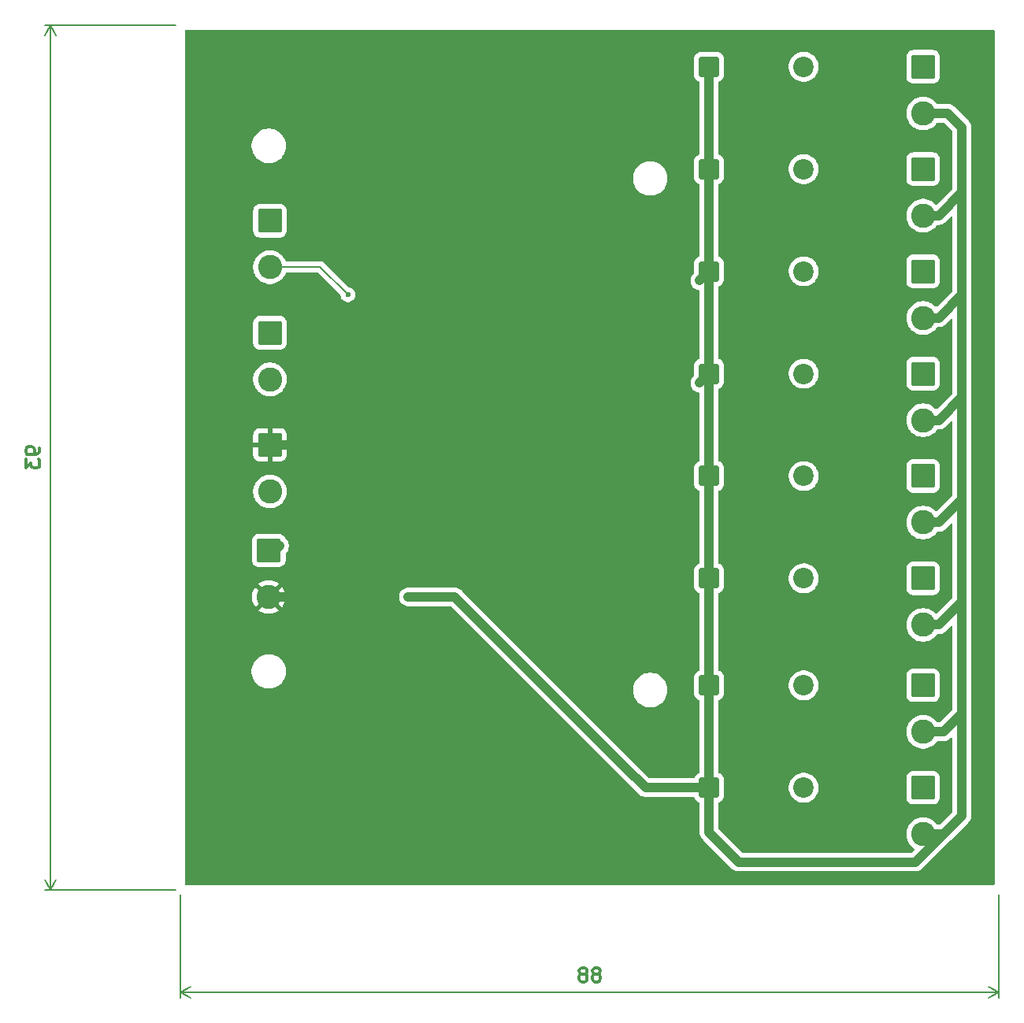
<source format=gbr>
%TF.GenerationSoftware,KiCad,Pcbnew,9.0.7*%
%TF.CreationDate,2026-02-02T23:09:48+01:00*%
%TF.ProjectId,shiftBoard,73686966-7442-46f6-9172-642e6b696361,rev?*%
%TF.SameCoordinates,Original*%
%TF.FileFunction,Copper,L2,Bot*%
%TF.FilePolarity,Positive*%
%FSLAX46Y46*%
G04 Gerber Fmt 4.6, Leading zero omitted, Abs format (unit mm)*
G04 Created by KiCad (PCBNEW 9.0.7) date 2026-02-02 23:09:48*
%MOMM*%
%LPD*%
G01*
G04 APERTURE LIST*
G04 Aperture macros list*
%AMRoundRect*
0 Rectangle with rounded corners*
0 $1 Rounding radius*
0 $2 $3 $4 $5 $6 $7 $8 $9 X,Y pos of 4 corners*
0 Add a 4 corners polygon primitive as box body*
4,1,4,$2,$3,$4,$5,$6,$7,$8,$9,$2,$3,0*
0 Add four circle primitives for the rounded corners*
1,1,$1+$1,$2,$3*
1,1,$1+$1,$4,$5*
1,1,$1+$1,$6,$7*
1,1,$1+$1,$8,$9*
0 Add four rect primitives between the rounded corners*
20,1,$1+$1,$2,$3,$4,$5,0*
20,1,$1+$1,$4,$5,$6,$7,0*
20,1,$1+$1,$6,$7,$8,$9,0*
20,1,$1+$1,$8,$9,$2,$3,0*%
G04 Aperture macros list end*
%ADD10C,0.300000*%
%TA.AperFunction,NonConductor*%
%ADD11C,0.300000*%
%TD*%
%TA.AperFunction,NonConductor*%
%ADD12C,0.200000*%
%TD*%
%TA.AperFunction,ComponentPad*%
%ADD13RoundRect,0.249999X-0.850001X-0.850001X0.850001X-0.850001X0.850001X0.850001X-0.850001X0.850001X0*%
%TD*%
%TA.AperFunction,ComponentPad*%
%ADD14C,2.200000*%
%TD*%
%TA.AperFunction,ComponentPad*%
%ADD15RoundRect,0.250000X-1.050000X1.050000X-1.050000X-1.050000X1.050000X-1.050000X1.050000X1.050000X0*%
%TD*%
%TA.AperFunction,ComponentPad*%
%ADD16C,2.600000*%
%TD*%
%TA.AperFunction,ViaPad*%
%ADD17C,0.600000*%
%TD*%
%TA.AperFunction,Conductor*%
%ADD18C,1.000000*%
%TD*%
%TA.AperFunction,Conductor*%
%ADD19C,0.200000*%
%TD*%
G04 APERTURE END LIST*
D10*
D11*
X146878328Y-82500000D02*
X146878328Y-82785714D01*
X146878328Y-82785714D02*
X146806900Y-82928571D01*
X146806900Y-82928571D02*
X146735471Y-83000000D01*
X146735471Y-83000000D02*
X146521185Y-83142857D01*
X146521185Y-83142857D02*
X146235471Y-83214286D01*
X146235471Y-83214286D02*
X145664042Y-83214286D01*
X145664042Y-83214286D02*
X145521185Y-83142857D01*
X145521185Y-83142857D02*
X145449757Y-83071429D01*
X145449757Y-83071429D02*
X145378328Y-82928571D01*
X145378328Y-82928571D02*
X145378328Y-82642857D01*
X145378328Y-82642857D02*
X145449757Y-82500000D01*
X145449757Y-82500000D02*
X145521185Y-82428571D01*
X145521185Y-82428571D02*
X145664042Y-82357143D01*
X145664042Y-82357143D02*
X146021185Y-82357143D01*
X146021185Y-82357143D02*
X146164042Y-82428571D01*
X146164042Y-82428571D02*
X146235471Y-82500000D01*
X146235471Y-82500000D02*
X146306900Y-82642857D01*
X146306900Y-82642857D02*
X146306900Y-82928571D01*
X146306900Y-82928571D02*
X146235471Y-83071429D01*
X146235471Y-83071429D02*
X146164042Y-83142857D01*
X146164042Y-83142857D02*
X146021185Y-83214286D01*
X145378328Y-83714285D02*
X145378328Y-84642857D01*
X145378328Y-84642857D02*
X145949757Y-84142857D01*
X145949757Y-84142857D02*
X145949757Y-84357142D01*
X145949757Y-84357142D02*
X146021185Y-84500000D01*
X146021185Y-84500000D02*
X146092614Y-84571428D01*
X146092614Y-84571428D02*
X146235471Y-84642857D01*
X146235471Y-84642857D02*
X146592614Y-84642857D01*
X146592614Y-84642857D02*
X146735471Y-84571428D01*
X146735471Y-84571428D02*
X146806900Y-84500000D01*
X146806900Y-84500000D02*
X146878328Y-84357142D01*
X146878328Y-84357142D02*
X146878328Y-83928571D01*
X146878328Y-83928571D02*
X146806900Y-83785714D01*
X146806900Y-83785714D02*
X146735471Y-83714285D01*
D12*
X161500000Y-130000000D02*
X147413580Y-130000000D01*
X147413580Y-37000000D02*
X161500000Y-37000000D01*
X148000000Y-130000000D02*
X148000000Y-37000000D01*
X148000000Y-130000000D02*
X147413579Y-128873496D01*
X148000000Y-130000000D02*
X148586421Y-128873496D01*
X148000000Y-37000000D02*
X148586421Y-38126504D01*
X148000000Y-37000000D02*
X147413579Y-38126504D01*
D10*
D11*
X206857142Y-139021185D02*
X206999999Y-138949757D01*
X206999999Y-138949757D02*
X207071428Y-138878328D01*
X207071428Y-138878328D02*
X207142856Y-138735471D01*
X207142856Y-138735471D02*
X207142856Y-138664042D01*
X207142856Y-138664042D02*
X207071428Y-138521185D01*
X207071428Y-138521185D02*
X206999999Y-138449757D01*
X206999999Y-138449757D02*
X206857142Y-138378328D01*
X206857142Y-138378328D02*
X206571428Y-138378328D01*
X206571428Y-138378328D02*
X206428571Y-138449757D01*
X206428571Y-138449757D02*
X206357142Y-138521185D01*
X206357142Y-138521185D02*
X206285713Y-138664042D01*
X206285713Y-138664042D02*
X206285713Y-138735471D01*
X206285713Y-138735471D02*
X206357142Y-138878328D01*
X206357142Y-138878328D02*
X206428571Y-138949757D01*
X206428571Y-138949757D02*
X206571428Y-139021185D01*
X206571428Y-139021185D02*
X206857142Y-139021185D01*
X206857142Y-139021185D02*
X206999999Y-139092614D01*
X206999999Y-139092614D02*
X207071428Y-139164042D01*
X207071428Y-139164042D02*
X207142856Y-139306900D01*
X207142856Y-139306900D02*
X207142856Y-139592614D01*
X207142856Y-139592614D02*
X207071428Y-139735471D01*
X207071428Y-139735471D02*
X206999999Y-139806900D01*
X206999999Y-139806900D02*
X206857142Y-139878328D01*
X206857142Y-139878328D02*
X206571428Y-139878328D01*
X206571428Y-139878328D02*
X206428571Y-139806900D01*
X206428571Y-139806900D02*
X206357142Y-139735471D01*
X206357142Y-139735471D02*
X206285713Y-139592614D01*
X206285713Y-139592614D02*
X206285713Y-139306900D01*
X206285713Y-139306900D02*
X206357142Y-139164042D01*
X206357142Y-139164042D02*
X206428571Y-139092614D01*
X206428571Y-139092614D02*
X206571428Y-139021185D01*
X205428571Y-139021185D02*
X205571428Y-138949757D01*
X205571428Y-138949757D02*
X205642857Y-138878328D01*
X205642857Y-138878328D02*
X205714285Y-138735471D01*
X205714285Y-138735471D02*
X205714285Y-138664042D01*
X205714285Y-138664042D02*
X205642857Y-138521185D01*
X205642857Y-138521185D02*
X205571428Y-138449757D01*
X205571428Y-138449757D02*
X205428571Y-138378328D01*
X205428571Y-138378328D02*
X205142857Y-138378328D01*
X205142857Y-138378328D02*
X205000000Y-138449757D01*
X205000000Y-138449757D02*
X204928571Y-138521185D01*
X204928571Y-138521185D02*
X204857142Y-138664042D01*
X204857142Y-138664042D02*
X204857142Y-138735471D01*
X204857142Y-138735471D02*
X204928571Y-138878328D01*
X204928571Y-138878328D02*
X205000000Y-138949757D01*
X205000000Y-138949757D02*
X205142857Y-139021185D01*
X205142857Y-139021185D02*
X205428571Y-139021185D01*
X205428571Y-139021185D02*
X205571428Y-139092614D01*
X205571428Y-139092614D02*
X205642857Y-139164042D01*
X205642857Y-139164042D02*
X205714285Y-139306900D01*
X205714285Y-139306900D02*
X205714285Y-139592614D01*
X205714285Y-139592614D02*
X205642857Y-139735471D01*
X205642857Y-139735471D02*
X205571428Y-139806900D01*
X205571428Y-139806900D02*
X205428571Y-139878328D01*
X205428571Y-139878328D02*
X205142857Y-139878328D01*
X205142857Y-139878328D02*
X205000000Y-139806900D01*
X205000000Y-139806900D02*
X204928571Y-139735471D01*
X204928571Y-139735471D02*
X204857142Y-139592614D01*
X204857142Y-139592614D02*
X204857142Y-139306900D01*
X204857142Y-139306900D02*
X204928571Y-139164042D01*
X204928571Y-139164042D02*
X205000000Y-139092614D01*
X205000000Y-139092614D02*
X205142857Y-139021185D01*
D12*
X162000000Y-130500000D02*
X162000000Y-141586420D01*
X250000000Y-141586420D02*
X250000000Y-130500000D01*
X162000000Y-141000000D02*
X250000000Y-141000000D01*
X162000000Y-141000000D02*
X163126504Y-140413579D01*
X162000000Y-141000000D02*
X163126504Y-141586421D01*
X250000000Y-141000000D02*
X248873496Y-141586421D01*
X250000000Y-141000000D02*
X248873496Y-140413579D01*
D13*
%TO.P,D6,1,K*%
%TO.N,/12v*%
X218827500Y-63500000D03*
D14*
%TO.P,D6,2,A*%
%TO.N,Net-(D14-K)*%
X228987500Y-63500000D03*
%TD*%
D13*
%TO.P,D5,1,K*%
%TO.N,/12v*%
X218827500Y-74500000D03*
D14*
%TO.P,D5,2,A*%
%TO.N,Net-(D13-K)*%
X228987500Y-74500000D03*
%TD*%
D15*
%TO.P,J8,1,Pin_1*%
%TO.N,Net-(D12-K)*%
X241827500Y-85500000D03*
D16*
%TO.P,J8,2,Pin_2*%
%TO.N,/12v*%
X241827500Y-90500000D03*
%TD*%
D15*
%TO.P,J12,1,Pin_1*%
%TO.N,Net-(D16-K)*%
X241827500Y-41500000D03*
D16*
%TO.P,J12,2,Pin_2*%
%TO.N,/12v*%
X241827500Y-46500000D03*
%TD*%
D13*
%TO.P,D4,1,K*%
%TO.N,/12v*%
X218827500Y-85500000D03*
D14*
%TO.P,D4,2,A*%
%TO.N,Net-(D12-K)*%
X228987500Y-85500000D03*
%TD*%
D15*
%TO.P,J1,1,Pin_1*%
%TO.N,/VCC*%
X171617500Y-58052500D03*
D16*
%TO.P,J1,2,Pin_2*%
%TO.N,/DAYISY CHAIN*%
X171617500Y-63052500D03*
%TD*%
D15*
%TO.P,J6,1,Pin_1*%
%TO.N,Net-(D10-K)*%
X241827500Y-108000000D03*
D16*
%TO.P,J6,2,Pin_2*%
%TO.N,/12v*%
X241827500Y-113000000D03*
%TD*%
D13*
%TO.P,D2,1,K*%
%TO.N,/12v*%
X218827500Y-108000000D03*
D14*
%TO.P,D2,2,A*%
%TO.N,Net-(D10-K)*%
X228987500Y-108000000D03*
%TD*%
D13*
%TO.P,D7,1,K*%
%TO.N,/12v*%
X218827500Y-52500000D03*
D14*
%TO.P,D7,2,A*%
%TO.N,Net-(D15-K)*%
X228987500Y-52500000D03*
%TD*%
D15*
%TO.P,J4,1,Pin_1*%
%TO.N,/12v*%
X171500000Y-93500000D03*
D16*
%TO.P,J4,2,Pin_2*%
%TO.N,/GND*%
X171500000Y-98500000D03*
%TD*%
D15*
%TO.P,J9,1,Pin_1*%
%TO.N,Net-(D13-K)*%
X241827500Y-74500000D03*
D16*
%TO.P,J9,2,Pin_2*%
%TO.N,/12v*%
X241827500Y-79500000D03*
%TD*%
D13*
%TO.P,D1,1,K*%
%TO.N,/12v*%
X218827500Y-119000000D03*
D14*
%TO.P,D1,2,A*%
%TO.N,Net-(D1-A)*%
X228987500Y-119000000D03*
%TD*%
D15*
%TO.P,J7,1,Pin_1*%
%TO.N,Net-(D11-K)*%
X241827500Y-96500000D03*
D16*
%TO.P,J7,2,Pin_2*%
%TO.N,/12v*%
X241827500Y-101500000D03*
%TD*%
D15*
%TO.P,J11,1,Pin_1*%
%TO.N,Net-(D15-K)*%
X241827500Y-52500000D03*
D16*
%TO.P,J11,2,Pin_2*%
%TO.N,/12v*%
X241827500Y-57500000D03*
%TD*%
D13*
%TO.P,D3,1,K*%
%TO.N,/12v*%
X218827500Y-96500000D03*
D14*
%TO.P,D3,2,A*%
%TO.N,Net-(D11-K)*%
X228987500Y-96500000D03*
%TD*%
D15*
%TO.P,J5,1,Pin_1*%
%TO.N,Net-(D1-A)*%
X241827500Y-119000000D03*
D16*
%TO.P,J5,2,Pin_2*%
%TO.N,/12v*%
X241827500Y-124000000D03*
%TD*%
D13*
%TO.P,D8,1,K*%
%TO.N,/12v*%
X218827500Y-41500000D03*
D14*
%TO.P,D8,2,A*%
%TO.N,Net-(D16-K)*%
X228987500Y-41500000D03*
%TD*%
D15*
%TO.P,J2,1,Pin_1*%
%TO.N,/push*%
X171617500Y-70102500D03*
D16*
%TO.P,J2,2,Pin_2*%
%TO.N,/shift*%
X171617500Y-75102500D03*
%TD*%
D15*
%TO.P,J10,1,Pin_1*%
%TO.N,Net-(D14-K)*%
X241827500Y-63500000D03*
D16*
%TO.P,J10,2,Pin_2*%
%TO.N,/12v*%
X241827500Y-68500000D03*
%TD*%
D15*
%TO.P,J3,1,Pin_1*%
%TO.N,/GND*%
X171617500Y-82152500D03*
D16*
%TO.P,J3,2,Pin_2*%
%TO.N,/Bit*%
X171617500Y-87152500D03*
%TD*%
D17*
%TO.N,/GND*%
X233000000Y-69000000D03*
X233000000Y-80000000D03*
X233000000Y-91000000D03*
X233000000Y-124000000D03*
X233000000Y-102000000D03*
X191190000Y-77810000D03*
X194000000Y-72730000D03*
X233000000Y-47000000D03*
X233000000Y-113000000D03*
X233000000Y-58000000D03*
%TO.N,/12v*%
X188500000Y-98500000D03*
X187500000Y-98500000D03*
X186500000Y-98500000D03*
%TO.N,/DAYISY CHAIN*%
X180000000Y-66000000D03*
%TD*%
D18*
%TO.N,/GND*%
X235000000Y-56000000D02*
X235000000Y-67000000D01*
D19*
X193270000Y-72730000D02*
X194000000Y-72730000D01*
D18*
X201500000Y-93000000D02*
X181000000Y-93000000D01*
X235000000Y-89000000D02*
X235000000Y-100000000D01*
X235000000Y-41000000D02*
X233000000Y-39000000D01*
X180847500Y-82152500D02*
X171617500Y-82152500D01*
X211000000Y-39000000D02*
X203000000Y-47000000D01*
X203000000Y-91500000D02*
X201500000Y-93000000D01*
X203000000Y-47000000D02*
X203000000Y-91500000D01*
X181000000Y-82305000D02*
X180847500Y-82152500D01*
X235000000Y-46000000D02*
X235000000Y-56000000D01*
X235000000Y-111000000D02*
X235000000Y-122000000D01*
X233000000Y-91000000D02*
X235000000Y-89000000D01*
X233000000Y-39000000D02*
X211000000Y-39000000D01*
X234000000Y-47000000D02*
X235000000Y-46000000D01*
D19*
X192000000Y-77000000D02*
X192000000Y-74000000D01*
D18*
X235000000Y-46000000D02*
X235000000Y-41000000D01*
X181000000Y-93000000D02*
X181000000Y-96000000D01*
D19*
X192000000Y-74000000D02*
X193270000Y-72730000D01*
D18*
X235000000Y-78000000D02*
X235000000Y-89000000D01*
X233000000Y-102000000D02*
X235000000Y-100000000D01*
X181000000Y-96000000D02*
X178500000Y-98500000D01*
X181000000Y-93000000D02*
X181000000Y-82305000D01*
X233000000Y-80000000D02*
X235000000Y-78000000D01*
X233000000Y-47000000D02*
X234000000Y-47000000D01*
X235000000Y-67000000D02*
X235000000Y-78000000D01*
X235000000Y-122000000D02*
X233000000Y-124000000D01*
X233000000Y-58000000D02*
X235000000Y-56000000D01*
X178500000Y-98500000D02*
X171500000Y-98500000D01*
X233000000Y-113000000D02*
X235000000Y-111000000D01*
X233000000Y-69000000D02*
X235000000Y-67000000D01*
X235000000Y-100000000D02*
X235000000Y-111000000D01*
D19*
X191190000Y-77810000D02*
X192000000Y-77000000D01*
D18*
%TO.N,/12v*%
X244000000Y-113000000D02*
X246000000Y-111000000D01*
X246000000Y-77000000D02*
X246000000Y-66000000D01*
X244000000Y-124000000D02*
X241000000Y-127000000D01*
X246000000Y-122000000D02*
X244000000Y-124000000D01*
X241827500Y-68500000D02*
X243500000Y-68500000D01*
X246000000Y-99000000D02*
X246000000Y-88000000D01*
X241827500Y-57500000D02*
X243500000Y-57500000D01*
X241827500Y-101500000D02*
X243500000Y-101500000D01*
X218827500Y-108000000D02*
X218827500Y-119000000D01*
X212000000Y-119000000D02*
X218827500Y-119000000D01*
X218827500Y-96500000D02*
X218827500Y-108000000D01*
X172672500Y-93000000D02*
X172172500Y-93500000D01*
X246000000Y-88000000D02*
X246000000Y-77000000D01*
X243500000Y-101500000D02*
X246000000Y-99000000D01*
X217827500Y-75500000D02*
X218827500Y-74500000D01*
X218827500Y-63500000D02*
X218827500Y-74500000D01*
X218827500Y-74500000D02*
X218827500Y-85500000D01*
X222000000Y-127000000D02*
X219000000Y-124000000D01*
X209750000Y-116750000D02*
X212000000Y-119000000D01*
X246000000Y-55000000D02*
X246000000Y-48000000D01*
X243500000Y-90500000D02*
X246000000Y-88000000D01*
X246000000Y-48000000D02*
X244500000Y-46500000D01*
X241827500Y-90500000D02*
X243500000Y-90500000D01*
X218827500Y-63500000D02*
X218827500Y-52500000D01*
X246000000Y-111000000D02*
X246000000Y-99000000D01*
X209750000Y-116750000D02*
X191500000Y-98500000D01*
X191500000Y-98500000D02*
X188500000Y-98500000D01*
X241827500Y-79500000D02*
X243500000Y-79500000D01*
X243500000Y-79500000D02*
X246000000Y-77000000D01*
X246000000Y-66000000D02*
X246000000Y-55000000D01*
X218827500Y-123827500D02*
X219000000Y-124000000D01*
X244500000Y-46500000D02*
X241827500Y-46500000D01*
X217827500Y-64500000D02*
X218827500Y-63500000D01*
X188500000Y-98500000D02*
X186500000Y-98500000D01*
X218827500Y-85500000D02*
X218827500Y-96500000D01*
X218827500Y-41500000D02*
X218827500Y-52500000D01*
X241000000Y-127000000D02*
X222000000Y-127000000D01*
X241827500Y-113000000D02*
X244000000Y-113000000D01*
X243500000Y-68500000D02*
X246000000Y-66000000D01*
X244000000Y-124000000D02*
X241827500Y-124000000D01*
X243500000Y-57500000D02*
X246000000Y-55000000D01*
X246000000Y-122000000D02*
X246000000Y-111000000D01*
X218827500Y-119000000D02*
X218827500Y-123827500D01*
D19*
%TO.N,/DAYISY CHAIN*%
X171670000Y-63000000D02*
X171617500Y-63052500D01*
X180000000Y-66000000D02*
X177000000Y-63000000D01*
X177000000Y-63000000D02*
X171670000Y-63000000D01*
%TD*%
%TA.AperFunction,Conductor*%
%TO.N,/GND*%
G36*
X249442539Y-37520185D02*
G01*
X249488294Y-37572989D01*
X249499500Y-37624500D01*
X249499500Y-129375500D01*
X249479815Y-129442539D01*
X249427011Y-129488294D01*
X249375500Y-129499500D01*
X162624500Y-129499500D01*
X162557461Y-129479815D01*
X162511706Y-129427011D01*
X162500500Y-129375500D01*
X162500500Y-106378711D01*
X169649500Y-106378711D01*
X169649500Y-106621288D01*
X169681161Y-106861785D01*
X169743947Y-107096104D01*
X169818986Y-107277263D01*
X169836776Y-107320212D01*
X169958064Y-107530289D01*
X169958066Y-107530292D01*
X169958067Y-107530293D01*
X170105733Y-107722736D01*
X170105739Y-107722743D01*
X170277256Y-107894260D01*
X170277263Y-107894266D01*
X170390321Y-107981018D01*
X170469711Y-108041936D01*
X170679788Y-108163224D01*
X170903900Y-108256054D01*
X171138211Y-108318838D01*
X171318586Y-108342584D01*
X171378711Y-108350500D01*
X171378712Y-108350500D01*
X171621289Y-108350500D01*
X171669388Y-108344167D01*
X171861789Y-108318838D01*
X172096100Y-108256054D01*
X172320212Y-108163224D01*
X172530289Y-108041936D01*
X172722738Y-107894265D01*
X172894265Y-107722738D01*
X173041936Y-107530289D01*
X173163224Y-107320212D01*
X173256054Y-107096100D01*
X173318838Y-106861789D01*
X173350500Y-106621288D01*
X173350500Y-106378712D01*
X173318838Y-106138211D01*
X173256054Y-105903900D01*
X173163224Y-105679788D01*
X173041936Y-105469711D01*
X172894265Y-105277262D01*
X172894260Y-105277256D01*
X172722743Y-105105739D01*
X172722736Y-105105733D01*
X172530293Y-104958067D01*
X172530292Y-104958066D01*
X172530289Y-104958064D01*
X172320212Y-104836776D01*
X172320205Y-104836773D01*
X172096104Y-104743947D01*
X171861785Y-104681161D01*
X171621289Y-104649500D01*
X171621288Y-104649500D01*
X171378712Y-104649500D01*
X171378711Y-104649500D01*
X171138214Y-104681161D01*
X170903895Y-104743947D01*
X170679794Y-104836773D01*
X170679785Y-104836777D01*
X170469706Y-104958067D01*
X170277263Y-105105733D01*
X170277256Y-105105739D01*
X170105739Y-105277256D01*
X170105733Y-105277263D01*
X169958067Y-105469706D01*
X169836777Y-105679785D01*
X169836773Y-105679794D01*
X169743947Y-105903895D01*
X169681161Y-106138214D01*
X169649500Y-106378711D01*
X162500500Y-106378711D01*
X162500500Y-98382014D01*
X169700000Y-98382014D01*
X169700000Y-98617985D01*
X169730799Y-98851914D01*
X169791870Y-99079837D01*
X169882160Y-99297819D01*
X169882165Y-99297828D01*
X170000144Y-99502171D01*
X170000145Y-99502172D01*
X170062721Y-99583723D01*
X170898958Y-98747487D01*
X170923978Y-98807890D01*
X170995112Y-98914351D01*
X171085649Y-99004888D01*
X171192110Y-99076022D01*
X171252511Y-99101041D01*
X170416275Y-99937277D01*
X170497827Y-99999854D01*
X170497828Y-99999855D01*
X170702171Y-100117834D01*
X170702180Y-100117839D01*
X170920163Y-100208129D01*
X170920161Y-100208129D01*
X171148085Y-100269200D01*
X171382014Y-100299999D01*
X171382029Y-100300000D01*
X171617971Y-100300000D01*
X171617985Y-100299999D01*
X171851914Y-100269200D01*
X172079837Y-100208129D01*
X172297819Y-100117839D01*
X172297828Y-100117834D01*
X172502181Y-99999850D01*
X172583723Y-99937279D01*
X172583723Y-99937276D01*
X171747487Y-99101041D01*
X171807890Y-99076022D01*
X171914351Y-99004888D01*
X172004888Y-98914351D01*
X172076022Y-98807890D01*
X172101041Y-98747488D01*
X172937276Y-99583723D01*
X172937279Y-99583723D01*
X172999850Y-99502181D01*
X173117834Y-99297828D01*
X173117839Y-99297819D01*
X173208129Y-99079837D01*
X173269200Y-98851914D01*
X173299999Y-98617985D01*
X173300000Y-98617971D01*
X173300000Y-98598543D01*
X185499499Y-98598543D01*
X185537947Y-98791829D01*
X185537950Y-98791839D01*
X185613364Y-98973907D01*
X185613371Y-98973920D01*
X185722860Y-99137781D01*
X185722863Y-99137785D01*
X185862214Y-99277136D01*
X185862218Y-99277139D01*
X186026079Y-99386628D01*
X186026092Y-99386635D01*
X186208160Y-99462049D01*
X186208165Y-99462051D01*
X186208169Y-99462051D01*
X186208170Y-99462052D01*
X186401456Y-99500500D01*
X186401459Y-99500500D01*
X188401459Y-99500500D01*
X191034218Y-99500500D01*
X191101257Y-99520185D01*
X191121899Y-99536819D01*
X209119284Y-117534205D01*
X209119290Y-117534210D01*
X211362215Y-119777137D01*
X211362219Y-119777140D01*
X211526079Y-119886628D01*
X211526085Y-119886631D01*
X211526086Y-119886632D01*
X211708165Y-119962052D01*
X211901455Y-120000500D01*
X211901458Y-120000501D01*
X211901460Y-120000501D01*
X212104655Y-120000501D01*
X212104675Y-120000500D01*
X217147199Y-120000500D01*
X217214238Y-120020185D01*
X217259993Y-120072989D01*
X217264901Y-120085487D01*
X217269714Y-120100009D01*
X217292685Y-120169332D01*
X217292687Y-120169337D01*
X217313327Y-120202799D01*
X217384788Y-120318656D01*
X217508844Y-120442712D01*
X217658165Y-120534814D01*
X217742005Y-120562596D01*
X217799449Y-120602368D01*
X217826272Y-120666883D01*
X217827000Y-120680301D01*
X217827000Y-123926044D01*
X217865179Y-124117985D01*
X217865180Y-124117985D01*
X217865449Y-124119338D01*
X217940864Y-124301407D01*
X217940871Y-124301420D01*
X218050360Y-124465281D01*
X218050363Y-124465285D01*
X218194037Y-124608959D01*
X218194059Y-124608979D01*
X218222861Y-124637781D01*
X221362215Y-127777137D01*
X221362219Y-127777140D01*
X221526079Y-127886628D01*
X221526085Y-127886631D01*
X221526086Y-127886632D01*
X221708165Y-127962052D01*
X221869389Y-127994121D01*
X221901457Y-128000499D01*
X221901458Y-128000500D01*
X221901459Y-128000500D01*
X241098542Y-128000500D01*
X241130614Y-127994120D01*
X241195188Y-127981275D01*
X241291836Y-127962051D01*
X241345165Y-127939961D01*
X241473914Y-127886632D01*
X241637782Y-127777139D01*
X241777139Y-127637782D01*
X241777139Y-127637780D01*
X241787347Y-127627573D01*
X241787348Y-127627570D01*
X244777140Y-124637781D01*
X244777141Y-124637778D01*
X244784201Y-124630719D01*
X244784207Y-124630712D01*
X246637778Y-122777141D01*
X246637782Y-122777139D01*
X246777139Y-122637782D01*
X246886632Y-122473914D01*
X246962051Y-122291835D01*
X247000500Y-122098541D01*
X247000500Y-110901459D01*
X247000500Y-98901459D01*
X247000500Y-87901459D01*
X247000500Y-76901459D01*
X247000500Y-65901459D01*
X247000500Y-54901459D01*
X247000500Y-47901459D01*
X247000500Y-47901456D01*
X246962052Y-47708170D01*
X246962051Y-47708169D01*
X246962051Y-47708165D01*
X246954402Y-47689699D01*
X246903252Y-47566211D01*
X246886632Y-47526086D01*
X246777139Y-47362218D01*
X246637782Y-47222861D01*
X246637781Y-47222860D01*
X245284208Y-45869288D01*
X245284206Y-45869285D01*
X245284206Y-45869286D01*
X245277139Y-45862219D01*
X245277139Y-45862218D01*
X245137782Y-45722861D01*
X245137781Y-45722860D01*
X245137780Y-45722859D01*
X244973920Y-45613371D01*
X244973911Y-45613366D01*
X244852382Y-45563027D01*
X244852379Y-45563026D01*
X244845165Y-45560038D01*
X244791836Y-45537949D01*
X244681511Y-45516004D01*
X244677233Y-45515153D01*
X244677222Y-45515150D01*
X244598543Y-45499500D01*
X244598541Y-45499500D01*
X243390419Y-45499500D01*
X243323380Y-45479815D01*
X243292043Y-45450986D01*
X243184093Y-45310302D01*
X243184087Y-45310295D01*
X243017204Y-45143412D01*
X243017197Y-45143406D01*
X242829954Y-44999730D01*
X242829953Y-44999729D01*
X242829950Y-44999727D01*
X242748457Y-44952677D01*
X242625556Y-44881719D01*
X242625545Y-44881714D01*
X242407493Y-44791394D01*
X242179510Y-44730306D01*
X241945520Y-44699501D01*
X241945517Y-44699500D01*
X241945511Y-44699500D01*
X241709489Y-44699500D01*
X241709483Y-44699500D01*
X241709479Y-44699501D01*
X241475489Y-44730306D01*
X241247506Y-44791394D01*
X241029454Y-44881714D01*
X241029443Y-44881719D01*
X240825045Y-44999730D01*
X240637802Y-45143406D01*
X240637795Y-45143412D01*
X240470912Y-45310295D01*
X240470906Y-45310302D01*
X240327230Y-45497545D01*
X240209219Y-45701943D01*
X240209214Y-45701954D01*
X240118894Y-45920006D01*
X240057806Y-46147989D01*
X240027001Y-46381979D01*
X240027000Y-46381995D01*
X240027000Y-46618004D01*
X240027001Y-46618020D01*
X240057806Y-46852010D01*
X240118894Y-47079993D01*
X240209214Y-47298045D01*
X240209219Y-47298056D01*
X240280177Y-47420957D01*
X240327227Y-47502450D01*
X240327229Y-47502453D01*
X240327230Y-47502454D01*
X240470906Y-47689697D01*
X240470912Y-47689704D01*
X240637795Y-47856587D01*
X240637801Y-47856592D01*
X240825050Y-48000273D01*
X240956418Y-48076118D01*
X241029443Y-48118280D01*
X241029448Y-48118282D01*
X241029451Y-48118284D01*
X241247507Y-48208606D01*
X241475486Y-48269693D01*
X241709489Y-48300500D01*
X241709496Y-48300500D01*
X241945504Y-48300500D01*
X241945511Y-48300500D01*
X242179514Y-48269693D01*
X242407493Y-48208606D01*
X242625549Y-48118284D01*
X242829950Y-48000273D01*
X243017199Y-47856592D01*
X243184092Y-47689699D01*
X243292043Y-47549013D01*
X243348471Y-47507811D01*
X243390419Y-47500500D01*
X244034218Y-47500500D01*
X244101257Y-47520185D01*
X244121899Y-47536819D01*
X244963181Y-48378101D01*
X244996666Y-48439424D01*
X244999500Y-48465782D01*
X244999500Y-54534217D01*
X244979815Y-54601256D01*
X244963181Y-54621898D01*
X243317116Y-56267962D01*
X243255793Y-56301447D01*
X243186101Y-56296463D01*
X243141754Y-56267962D01*
X243017204Y-56143412D01*
X243017197Y-56143406D01*
X242829954Y-55999730D01*
X242829953Y-55999729D01*
X242829950Y-55999727D01*
X242748457Y-55952677D01*
X242625556Y-55881719D01*
X242625545Y-55881714D01*
X242407493Y-55791394D01*
X242179510Y-55730306D01*
X241945520Y-55699501D01*
X241945517Y-55699500D01*
X241945511Y-55699500D01*
X241709489Y-55699500D01*
X241709483Y-55699500D01*
X241709479Y-55699501D01*
X241475489Y-55730306D01*
X241247506Y-55791394D01*
X241029454Y-55881714D01*
X241029443Y-55881719D01*
X240825045Y-55999730D01*
X240637802Y-56143406D01*
X240637795Y-56143412D01*
X240470912Y-56310295D01*
X240470906Y-56310302D01*
X240327230Y-56497545D01*
X240209219Y-56701943D01*
X240209214Y-56701954D01*
X240118894Y-56920006D01*
X240057806Y-57147989D01*
X240027001Y-57381979D01*
X240027000Y-57381995D01*
X240027000Y-57618004D01*
X240027001Y-57618020D01*
X240057806Y-57852010D01*
X240118894Y-58079993D01*
X240209214Y-58298045D01*
X240209219Y-58298056D01*
X240260357Y-58386628D01*
X240327227Y-58502450D01*
X240327229Y-58502453D01*
X240327230Y-58502454D01*
X240470906Y-58689697D01*
X240470912Y-58689704D01*
X240637795Y-58856587D01*
X240637801Y-58856592D01*
X240825050Y-59000273D01*
X240956418Y-59076118D01*
X241029443Y-59118280D01*
X241029448Y-59118282D01*
X241029451Y-59118284D01*
X241247507Y-59208606D01*
X241475486Y-59269693D01*
X241709489Y-59300500D01*
X241709496Y-59300500D01*
X241945504Y-59300500D01*
X241945511Y-59300500D01*
X242179514Y-59269693D01*
X242407493Y-59208606D01*
X242625549Y-59118284D01*
X242829950Y-59000273D01*
X243017199Y-58856592D01*
X243184092Y-58689699D01*
X243292043Y-58549013D01*
X243348471Y-58507811D01*
X243390419Y-58500500D01*
X243598542Y-58500500D01*
X243629566Y-58494328D01*
X243695188Y-58481275D01*
X243791836Y-58462051D01*
X243845165Y-58439961D01*
X243973914Y-58386632D01*
X244137782Y-58277139D01*
X244277139Y-58137782D01*
X244277140Y-58137779D01*
X244284206Y-58130714D01*
X244284208Y-58130710D01*
X244787820Y-57627099D01*
X244849142Y-57593615D01*
X244918834Y-57598599D01*
X244974767Y-57640471D01*
X244999184Y-57705935D01*
X244999500Y-57714781D01*
X244999500Y-65534217D01*
X244979815Y-65601256D01*
X244963181Y-65621898D01*
X243317116Y-67267962D01*
X243255793Y-67301447D01*
X243186101Y-67296463D01*
X243141754Y-67267962D01*
X243017204Y-67143412D01*
X243017197Y-67143406D01*
X242829954Y-66999730D01*
X242829953Y-66999729D01*
X242829950Y-66999727D01*
X242748457Y-66952677D01*
X242625556Y-66881719D01*
X242625545Y-66881714D01*
X242407493Y-66791394D01*
X242179510Y-66730306D01*
X241945520Y-66699501D01*
X241945517Y-66699500D01*
X241945511Y-66699500D01*
X241709489Y-66699500D01*
X241709483Y-66699500D01*
X241709479Y-66699501D01*
X241475489Y-66730306D01*
X241247506Y-66791394D01*
X241029454Y-66881714D01*
X241029443Y-66881719D01*
X240825045Y-66999730D01*
X240637802Y-67143406D01*
X240637795Y-67143412D01*
X240470912Y-67310295D01*
X240470906Y-67310302D01*
X240327230Y-67497545D01*
X240209219Y-67701943D01*
X240209214Y-67701954D01*
X240118894Y-67920006D01*
X240057806Y-68147989D01*
X240027001Y-68381979D01*
X240027000Y-68381995D01*
X240027000Y-68618004D01*
X240027001Y-68618020D01*
X240042160Y-68733168D01*
X240057807Y-68852014D01*
X240070585Y-68899703D01*
X240118894Y-69079993D01*
X240209214Y-69298045D01*
X240209219Y-69298056D01*
X240260357Y-69386628D01*
X240327227Y-69502450D01*
X240327229Y-69502453D01*
X240327230Y-69502454D01*
X240470906Y-69689697D01*
X240470912Y-69689704D01*
X240637795Y-69856587D01*
X240637801Y-69856592D01*
X240825050Y-70000273D01*
X240956418Y-70076118D01*
X241029443Y-70118280D01*
X241029448Y-70118282D01*
X241029451Y-70118284D01*
X241247507Y-70208606D01*
X241475486Y-70269693D01*
X241709489Y-70300500D01*
X241709496Y-70300500D01*
X241945504Y-70300500D01*
X241945511Y-70300500D01*
X242179514Y-70269693D01*
X242407493Y-70208606D01*
X242625549Y-70118284D01*
X242829950Y-70000273D01*
X243017199Y-69856592D01*
X243184092Y-69689699D01*
X243292043Y-69549013D01*
X243348471Y-69507811D01*
X243390419Y-69500500D01*
X243598542Y-69500500D01*
X243629566Y-69494328D01*
X243695188Y-69481275D01*
X243791836Y-69462051D01*
X243845165Y-69439961D01*
X243973914Y-69386632D01*
X244137782Y-69277139D01*
X244277139Y-69137782D01*
X244277140Y-69137779D01*
X244284206Y-69130714D01*
X244284208Y-69130710D01*
X244787820Y-68627099D01*
X244849142Y-68593615D01*
X244918834Y-68598599D01*
X244974767Y-68640471D01*
X244999184Y-68705935D01*
X244999500Y-68714781D01*
X244999500Y-76534217D01*
X244979815Y-76601256D01*
X244963181Y-76621898D01*
X243317116Y-78267962D01*
X243255793Y-78301447D01*
X243186101Y-78296463D01*
X243141754Y-78267962D01*
X243017204Y-78143412D01*
X243017197Y-78143406D01*
X242829954Y-77999730D01*
X242829953Y-77999729D01*
X242829950Y-77999727D01*
X242748457Y-77952677D01*
X242625556Y-77881719D01*
X242625545Y-77881714D01*
X242407493Y-77791394D01*
X242179510Y-77730306D01*
X241945520Y-77699501D01*
X241945517Y-77699500D01*
X241945511Y-77699500D01*
X241709489Y-77699500D01*
X241709483Y-77699500D01*
X241709479Y-77699501D01*
X241475489Y-77730306D01*
X241247506Y-77791394D01*
X241029454Y-77881714D01*
X241029443Y-77881719D01*
X240825045Y-77999730D01*
X240637802Y-78143406D01*
X240637795Y-78143412D01*
X240470912Y-78310295D01*
X240470906Y-78310302D01*
X240327230Y-78497545D01*
X240209219Y-78701943D01*
X240209214Y-78701954D01*
X240118894Y-78920006D01*
X240057806Y-79147989D01*
X240027001Y-79381979D01*
X240027000Y-79381995D01*
X240027000Y-79618004D01*
X240027001Y-79618020D01*
X240057806Y-79852010D01*
X240118894Y-80079993D01*
X240209214Y-80298045D01*
X240209219Y-80298056D01*
X240246711Y-80362993D01*
X240327227Y-80502450D01*
X240327229Y-80502453D01*
X240327230Y-80502454D01*
X240470906Y-80689697D01*
X240470912Y-80689704D01*
X240637795Y-80856587D01*
X240637801Y-80856592D01*
X240825050Y-81000273D01*
X240956418Y-81076118D01*
X241029443Y-81118280D01*
X241029448Y-81118282D01*
X241029451Y-81118284D01*
X241247507Y-81208606D01*
X241475486Y-81269693D01*
X241709489Y-81300500D01*
X241709496Y-81300500D01*
X241945504Y-81300500D01*
X241945511Y-81300500D01*
X242179514Y-81269693D01*
X242407493Y-81208606D01*
X242625549Y-81118284D01*
X242829950Y-81000273D01*
X243017199Y-80856592D01*
X243184092Y-80689699D01*
X243292043Y-80549013D01*
X243348471Y-80507811D01*
X243390419Y-80500500D01*
X243598542Y-80500500D01*
X243629566Y-80494328D01*
X243695188Y-80481275D01*
X243791836Y-80462051D01*
X243845165Y-80439961D01*
X243973914Y-80386632D01*
X244137782Y-80277139D01*
X244277139Y-80137782D01*
X244277140Y-80137779D01*
X244284206Y-80130714D01*
X244284208Y-80130710D01*
X244787820Y-79627099D01*
X244849142Y-79593615D01*
X244918834Y-79598599D01*
X244974767Y-79640471D01*
X244999184Y-79705935D01*
X244999500Y-79714781D01*
X244999500Y-87534217D01*
X244979815Y-87601256D01*
X244963181Y-87621898D01*
X243317116Y-89267962D01*
X243255793Y-89301447D01*
X243186101Y-89296463D01*
X243141754Y-89267962D01*
X243017204Y-89143412D01*
X243017197Y-89143406D01*
X242829954Y-88999730D01*
X242829953Y-88999729D01*
X242829950Y-88999727D01*
X242748457Y-88952677D01*
X242625556Y-88881719D01*
X242625545Y-88881714D01*
X242407493Y-88791394D01*
X242179510Y-88730306D01*
X241945520Y-88699501D01*
X241945517Y-88699500D01*
X241945511Y-88699500D01*
X241709489Y-88699500D01*
X241709483Y-88699500D01*
X241709479Y-88699501D01*
X241475489Y-88730306D01*
X241247506Y-88791394D01*
X241029454Y-88881714D01*
X241029443Y-88881719D01*
X240825045Y-88999730D01*
X240637802Y-89143406D01*
X240637795Y-89143412D01*
X240470912Y-89310295D01*
X240470906Y-89310302D01*
X240327230Y-89497545D01*
X240209219Y-89701943D01*
X240209214Y-89701954D01*
X240118894Y-89920006D01*
X240057806Y-90147989D01*
X240027001Y-90381979D01*
X240027000Y-90381995D01*
X240027000Y-90618004D01*
X240027001Y-90618020D01*
X240057806Y-90852010D01*
X240118894Y-91079993D01*
X240209214Y-91298045D01*
X240209219Y-91298056D01*
X240260357Y-91386628D01*
X240327227Y-91502450D01*
X240327229Y-91502453D01*
X240327230Y-91502454D01*
X240470906Y-91689697D01*
X240470912Y-91689704D01*
X240637795Y-91856587D01*
X240637801Y-91856592D01*
X240825050Y-92000273D01*
X240956418Y-92076118D01*
X241029443Y-92118280D01*
X241029448Y-92118282D01*
X241029451Y-92118284D01*
X241247507Y-92208606D01*
X241475486Y-92269693D01*
X241709489Y-92300500D01*
X241709496Y-92300500D01*
X241945504Y-92300500D01*
X241945511Y-92300500D01*
X242179514Y-92269693D01*
X242407493Y-92208606D01*
X242625549Y-92118284D01*
X242829950Y-92000273D01*
X243017199Y-91856592D01*
X243184092Y-91689699D01*
X243292043Y-91549013D01*
X243348471Y-91507811D01*
X243390419Y-91500500D01*
X243598542Y-91500500D01*
X243629566Y-91494328D01*
X243695188Y-91481275D01*
X243791836Y-91462051D01*
X243845165Y-91439961D01*
X243973914Y-91386632D01*
X244137782Y-91277139D01*
X244277139Y-91137782D01*
X244277140Y-91137779D01*
X244284206Y-91130714D01*
X244284208Y-91130710D01*
X244787820Y-90627099D01*
X244849142Y-90593615D01*
X244918834Y-90598599D01*
X244974767Y-90640471D01*
X244999184Y-90705935D01*
X244999500Y-90714781D01*
X244999500Y-98534217D01*
X244979815Y-98601256D01*
X244963181Y-98621898D01*
X243317116Y-100267962D01*
X243255793Y-100301447D01*
X243186101Y-100296463D01*
X243141754Y-100267962D01*
X243017204Y-100143412D01*
X243017197Y-100143406D01*
X242829954Y-99999730D01*
X242829953Y-99999729D01*
X242829950Y-99999727D01*
X242721787Y-99937279D01*
X242625556Y-99881719D01*
X242625545Y-99881714D01*
X242407493Y-99791394D01*
X242179510Y-99730306D01*
X241945520Y-99699501D01*
X241945517Y-99699500D01*
X241945511Y-99699500D01*
X241709489Y-99699500D01*
X241709483Y-99699500D01*
X241709479Y-99699501D01*
X241475489Y-99730306D01*
X241247506Y-99791394D01*
X241029454Y-99881714D01*
X241029443Y-99881719D01*
X240825045Y-99999730D01*
X240637802Y-100143406D01*
X240637795Y-100143412D01*
X240470912Y-100310295D01*
X240470906Y-100310302D01*
X240327230Y-100497545D01*
X240209219Y-100701943D01*
X240209214Y-100701954D01*
X240118894Y-100920006D01*
X240057806Y-101147989D01*
X240027001Y-101381979D01*
X240027000Y-101381995D01*
X240027000Y-101618004D01*
X240027001Y-101618020D01*
X240057806Y-101852010D01*
X240118894Y-102079993D01*
X240209214Y-102298045D01*
X240209219Y-102298056D01*
X240260357Y-102386628D01*
X240327227Y-102502450D01*
X240327229Y-102502453D01*
X240327230Y-102502454D01*
X240470906Y-102689697D01*
X240470912Y-102689704D01*
X240637795Y-102856587D01*
X240637801Y-102856592D01*
X240825050Y-103000273D01*
X240956418Y-103076118D01*
X241029443Y-103118280D01*
X241029448Y-103118282D01*
X241029451Y-103118284D01*
X241247507Y-103208606D01*
X241475486Y-103269693D01*
X241709489Y-103300500D01*
X241709496Y-103300500D01*
X241945504Y-103300500D01*
X241945511Y-103300500D01*
X242179514Y-103269693D01*
X242407493Y-103208606D01*
X242625549Y-103118284D01*
X242829950Y-103000273D01*
X243017199Y-102856592D01*
X243184092Y-102689699D01*
X243292043Y-102549013D01*
X243348471Y-102507811D01*
X243390419Y-102500500D01*
X243598542Y-102500500D01*
X243629566Y-102494328D01*
X243695188Y-102481275D01*
X243791836Y-102462051D01*
X243845165Y-102439961D01*
X243973914Y-102386632D01*
X244137782Y-102277139D01*
X244277139Y-102137782D01*
X244277140Y-102137779D01*
X244284206Y-102130714D01*
X244284208Y-102130710D01*
X244787820Y-101627099D01*
X244849142Y-101593615D01*
X244918834Y-101598599D01*
X244974767Y-101640471D01*
X244999184Y-101705935D01*
X244999500Y-101714781D01*
X244999500Y-110534218D01*
X244979815Y-110601257D01*
X244963181Y-110621899D01*
X243621899Y-111963181D01*
X243594971Y-111977884D01*
X243569153Y-111994477D01*
X243562952Y-111995368D01*
X243560576Y-111996666D01*
X243534218Y-111999500D01*
X243390419Y-111999500D01*
X243323380Y-111979815D01*
X243292043Y-111950986D01*
X243184093Y-111810302D01*
X243184087Y-111810295D01*
X243017204Y-111643412D01*
X243017197Y-111643406D01*
X242829954Y-111499730D01*
X242829953Y-111499729D01*
X242829950Y-111499727D01*
X242748457Y-111452677D01*
X242625556Y-111381719D01*
X242625545Y-111381714D01*
X242407493Y-111291394D01*
X242179510Y-111230306D01*
X241945520Y-111199501D01*
X241945517Y-111199500D01*
X241945511Y-111199500D01*
X241709489Y-111199500D01*
X241709483Y-111199500D01*
X241709479Y-111199501D01*
X241475489Y-111230306D01*
X241247506Y-111291394D01*
X241029454Y-111381714D01*
X241029443Y-111381719D01*
X240825045Y-111499730D01*
X240637802Y-111643406D01*
X240637795Y-111643412D01*
X240470912Y-111810295D01*
X240470906Y-111810302D01*
X240327230Y-111997545D01*
X240209219Y-112201943D01*
X240209214Y-112201954D01*
X240118894Y-112420006D01*
X240057806Y-112647989D01*
X240027001Y-112881979D01*
X240027000Y-112881995D01*
X240027000Y-113118004D01*
X240027001Y-113118020D01*
X240057806Y-113352010D01*
X240118894Y-113579993D01*
X240209214Y-113798045D01*
X240209219Y-113798056D01*
X240260357Y-113886628D01*
X240327227Y-114002450D01*
X240327229Y-114002453D01*
X240327230Y-114002454D01*
X240470906Y-114189697D01*
X240470912Y-114189704D01*
X240637795Y-114356587D01*
X240637801Y-114356592D01*
X240825050Y-114500273D01*
X240956418Y-114576118D01*
X241029443Y-114618280D01*
X241029448Y-114618282D01*
X241029451Y-114618284D01*
X241247507Y-114708606D01*
X241475486Y-114769693D01*
X241709489Y-114800500D01*
X241709496Y-114800500D01*
X241945504Y-114800500D01*
X241945511Y-114800500D01*
X242179514Y-114769693D01*
X242407493Y-114708606D01*
X242625549Y-114618284D01*
X242829950Y-114500273D01*
X243017199Y-114356592D01*
X243184092Y-114189699D01*
X243292043Y-114049013D01*
X243348471Y-114007811D01*
X243390419Y-114000500D01*
X244098542Y-114000500D01*
X244129566Y-113994328D01*
X244195188Y-113981275D01*
X244291836Y-113962051D01*
X244345165Y-113939961D01*
X244473914Y-113886632D01*
X244637782Y-113777139D01*
X244777139Y-113637782D01*
X244777140Y-113637779D01*
X244784206Y-113630714D01*
X244784207Y-113630715D01*
X244784219Y-113630699D01*
X244787831Y-113627087D01*
X244849159Y-113593611D01*
X244918850Y-113598605D01*
X244974777Y-113640484D01*
X244999185Y-113705952D01*
X244999500Y-113714781D01*
X244999500Y-121534218D01*
X244979815Y-121601257D01*
X244963181Y-121621899D01*
X243621899Y-122963181D01*
X243560576Y-122996666D01*
X243534218Y-122999500D01*
X243390419Y-122999500D01*
X243323380Y-122979815D01*
X243292043Y-122950986D01*
X243184093Y-122810302D01*
X243184087Y-122810295D01*
X243017204Y-122643412D01*
X243017197Y-122643406D01*
X242829954Y-122499730D01*
X242829953Y-122499729D01*
X242829950Y-122499727D01*
X242748457Y-122452677D01*
X242625556Y-122381719D01*
X242625545Y-122381714D01*
X242407493Y-122291394D01*
X242179510Y-122230306D01*
X241945520Y-122199501D01*
X241945517Y-122199500D01*
X241945511Y-122199500D01*
X241709489Y-122199500D01*
X241709483Y-122199500D01*
X241709479Y-122199501D01*
X241475489Y-122230306D01*
X241247506Y-122291394D01*
X241029454Y-122381714D01*
X241029443Y-122381719D01*
X240825045Y-122499730D01*
X240637802Y-122643406D01*
X240637795Y-122643412D01*
X240470912Y-122810295D01*
X240470906Y-122810302D01*
X240327230Y-122997545D01*
X240209219Y-123201943D01*
X240209214Y-123201954D01*
X240118894Y-123420006D01*
X240057806Y-123647989D01*
X240027001Y-123881979D01*
X240027000Y-123881995D01*
X240027000Y-124118004D01*
X240027001Y-124118020D01*
X240057806Y-124352010D01*
X240118894Y-124579993D01*
X240209214Y-124798045D01*
X240209219Y-124798056D01*
X240280177Y-124920957D01*
X240327227Y-125002450D01*
X240327229Y-125002453D01*
X240327230Y-125002454D01*
X240470906Y-125189697D01*
X240470912Y-125189704D01*
X240637795Y-125356587D01*
X240637802Y-125356593D01*
X240825051Y-125500274D01*
X240849777Y-125514549D01*
X240897994Y-125565115D01*
X240911218Y-125633722D01*
X240885251Y-125698587D01*
X240875461Y-125709618D01*
X240621897Y-125963182D01*
X240560577Y-125996666D01*
X240534218Y-125999500D01*
X222465783Y-125999500D01*
X222398744Y-125979815D01*
X222378102Y-125963181D01*
X219864319Y-123449398D01*
X219830834Y-123388075D01*
X219828000Y-123361717D01*
X219828000Y-120680301D01*
X219847685Y-120613262D01*
X219900489Y-120567507D01*
X219912987Y-120562598D01*
X219996835Y-120534814D01*
X220146156Y-120442712D01*
X220270212Y-120318656D01*
X220362314Y-120169335D01*
X220417499Y-120002798D01*
X220428000Y-119900010D01*
X220428000Y-118874038D01*
X227387000Y-118874038D01*
X227387000Y-119125961D01*
X227426410Y-119374785D01*
X227504260Y-119614383D01*
X227618632Y-119838848D01*
X227766701Y-120042649D01*
X227766705Y-120042654D01*
X227944845Y-120220794D01*
X227944850Y-120220798D01*
X228122617Y-120349952D01*
X228148655Y-120368870D01*
X228291684Y-120441747D01*
X228373116Y-120483239D01*
X228373118Y-120483239D01*
X228373121Y-120483241D01*
X228612715Y-120561090D01*
X228861538Y-120600500D01*
X228861539Y-120600500D01*
X229113461Y-120600500D01*
X229113462Y-120600500D01*
X229362285Y-120561090D01*
X229601879Y-120483241D01*
X229826345Y-120368870D01*
X230030156Y-120220793D01*
X230208293Y-120042656D01*
X230356370Y-119838845D01*
X230470741Y-119614379D01*
X230548590Y-119374785D01*
X230588000Y-119125962D01*
X230588000Y-118874038D01*
X230548590Y-118625215D01*
X230470741Y-118385621D01*
X230470739Y-118385618D01*
X230470739Y-118385616D01*
X230429247Y-118304184D01*
X230356370Y-118161155D01*
X230311931Y-118099990D01*
X230217285Y-117969719D01*
X230208298Y-117957350D01*
X230208294Y-117957345D01*
X230150932Y-117899983D01*
X240027000Y-117899983D01*
X240027000Y-120100001D01*
X240027001Y-120100018D01*
X240037500Y-120202796D01*
X240037501Y-120202799D01*
X240075893Y-120318656D01*
X240092686Y-120369334D01*
X240184788Y-120518656D01*
X240308844Y-120642712D01*
X240458166Y-120734814D01*
X240624703Y-120789999D01*
X240727491Y-120800500D01*
X242927508Y-120800499D01*
X243030297Y-120789999D01*
X243196834Y-120734814D01*
X243346156Y-120642712D01*
X243470212Y-120518656D01*
X243562314Y-120369334D01*
X243617499Y-120202797D01*
X243628000Y-120100009D01*
X243627999Y-117899992D01*
X243617499Y-117797203D01*
X243562314Y-117630666D01*
X243470212Y-117481344D01*
X243346156Y-117357288D01*
X243196834Y-117265186D01*
X243030297Y-117210001D01*
X243030295Y-117210000D01*
X242927510Y-117199500D01*
X240727498Y-117199500D01*
X240727481Y-117199501D01*
X240624703Y-117210000D01*
X240624700Y-117210001D01*
X240458168Y-117265185D01*
X240458163Y-117265187D01*
X240308842Y-117357289D01*
X240184789Y-117481342D01*
X240092687Y-117630663D01*
X240092685Y-117630668D01*
X240075893Y-117681344D01*
X240037501Y-117797203D01*
X240037501Y-117797204D01*
X240037500Y-117797204D01*
X240027000Y-117899983D01*
X230150932Y-117899983D01*
X230030154Y-117779205D01*
X230030149Y-117779201D01*
X229826348Y-117631132D01*
X229826347Y-117631131D01*
X229826345Y-117631130D01*
X229756247Y-117595413D01*
X229601883Y-117516760D01*
X229362285Y-117438910D01*
X229352777Y-117437404D01*
X229113462Y-117399500D01*
X228861538Y-117399500D01*
X228796722Y-117409766D01*
X228612714Y-117438910D01*
X228373116Y-117516760D01*
X228148651Y-117631132D01*
X227944850Y-117779201D01*
X227944845Y-117779205D01*
X227766705Y-117957345D01*
X227766701Y-117957350D01*
X227618632Y-118161151D01*
X227504260Y-118385616D01*
X227426410Y-118625214D01*
X227387000Y-118874038D01*
X220428000Y-118874038D01*
X220428000Y-118099990D01*
X220417499Y-117997202D01*
X220362314Y-117830665D01*
X220270212Y-117681344D01*
X220146156Y-117557288D01*
X219996835Y-117465186D01*
X219935731Y-117444938D01*
X219912995Y-117437404D01*
X219855550Y-117397631D01*
X219828728Y-117333114D01*
X219828000Y-117319698D01*
X219828000Y-109680301D01*
X219847685Y-109613262D01*
X219900489Y-109567507D01*
X219912987Y-109562598D01*
X219996835Y-109534814D01*
X220146156Y-109442712D01*
X220270212Y-109318656D01*
X220362314Y-109169335D01*
X220417499Y-109002798D01*
X220428000Y-108900010D01*
X220428000Y-107874038D01*
X227387000Y-107874038D01*
X227387000Y-108125962D01*
X227392902Y-108163224D01*
X227426410Y-108374785D01*
X227504260Y-108614383D01*
X227618632Y-108838848D01*
X227766701Y-109042649D01*
X227766705Y-109042654D01*
X227944845Y-109220794D01*
X227944850Y-109220798D01*
X228122617Y-109349952D01*
X228148655Y-109368870D01*
X228291684Y-109441747D01*
X228373116Y-109483239D01*
X228373118Y-109483239D01*
X228373121Y-109483241D01*
X228612715Y-109561090D01*
X228861538Y-109600500D01*
X228861539Y-109600500D01*
X229113461Y-109600500D01*
X229113462Y-109600500D01*
X229362285Y-109561090D01*
X229601879Y-109483241D01*
X229826345Y-109368870D01*
X230030156Y-109220793D01*
X230208293Y-109042656D01*
X230356370Y-108838845D01*
X230470741Y-108614379D01*
X230548590Y-108374785D01*
X230588000Y-108125962D01*
X230588000Y-107874038D01*
X230548590Y-107625215D01*
X230470741Y-107385621D01*
X230470739Y-107385618D01*
X230470739Y-107385616D01*
X230415526Y-107277256D01*
X230356370Y-107161155D01*
X230311931Y-107099990D01*
X230217285Y-106969719D01*
X230208298Y-106957350D01*
X230208294Y-106957345D01*
X230150932Y-106899983D01*
X240027000Y-106899983D01*
X240027000Y-109100001D01*
X240027001Y-109100018D01*
X240037500Y-109202796D01*
X240037501Y-109202799D01*
X240076409Y-109320214D01*
X240092686Y-109369334D01*
X240184788Y-109518656D01*
X240308844Y-109642712D01*
X240458166Y-109734814D01*
X240624703Y-109789999D01*
X240727491Y-109800500D01*
X242927508Y-109800499D01*
X243030297Y-109789999D01*
X243196834Y-109734814D01*
X243346156Y-109642712D01*
X243470212Y-109518656D01*
X243562314Y-109369334D01*
X243617499Y-109202797D01*
X243628000Y-109100009D01*
X243627999Y-106899992D01*
X243617499Y-106797203D01*
X243562314Y-106630666D01*
X243470212Y-106481344D01*
X243346156Y-106357288D01*
X243196834Y-106265186D01*
X243030297Y-106210001D01*
X243030295Y-106210000D01*
X242927510Y-106199500D01*
X240727498Y-106199500D01*
X240727481Y-106199501D01*
X240624703Y-106210000D01*
X240624700Y-106210001D01*
X240458168Y-106265185D01*
X240458163Y-106265187D01*
X240308842Y-106357289D01*
X240184789Y-106481342D01*
X240092687Y-106630663D01*
X240092685Y-106630668D01*
X240075893Y-106681344D01*
X240037501Y-106797203D01*
X240037501Y-106797204D01*
X240037500Y-106797204D01*
X240027000Y-106899983D01*
X230150932Y-106899983D01*
X230030154Y-106779205D01*
X230030149Y-106779201D01*
X229826348Y-106631132D01*
X229826347Y-106631131D01*
X229826345Y-106631130D01*
X229756247Y-106595413D01*
X229601883Y-106516760D01*
X229362285Y-106438910D01*
X229352777Y-106437404D01*
X229113462Y-106399500D01*
X228861538Y-106399500D01*
X228796722Y-106409766D01*
X228612714Y-106438910D01*
X228373116Y-106516760D01*
X228148651Y-106631132D01*
X227944850Y-106779201D01*
X227944845Y-106779205D01*
X227766705Y-106957345D01*
X227766701Y-106957350D01*
X227618632Y-107161151D01*
X227504260Y-107385616D01*
X227476938Y-107469706D01*
X227426410Y-107625215D01*
X227387000Y-107874038D01*
X220428000Y-107874038D01*
X220428000Y-107099990D01*
X220417499Y-106997202D01*
X220362314Y-106830665D01*
X220270212Y-106681344D01*
X220146156Y-106557288D01*
X219996835Y-106465186D01*
X219935731Y-106444938D01*
X219912995Y-106437404D01*
X219855550Y-106397631D01*
X219828728Y-106333114D01*
X219828000Y-106319698D01*
X219828000Y-98180301D01*
X219847685Y-98113262D01*
X219900489Y-98067507D01*
X219912987Y-98062598D01*
X219996835Y-98034814D01*
X220146156Y-97942712D01*
X220270212Y-97818656D01*
X220362314Y-97669335D01*
X220417499Y-97502798D01*
X220428000Y-97400010D01*
X220428000Y-96374038D01*
X227387000Y-96374038D01*
X227387000Y-96625962D01*
X227426410Y-96874785D01*
X227504260Y-97114383D01*
X227618632Y-97338848D01*
X227766701Y-97542649D01*
X227766705Y-97542654D01*
X227944845Y-97720794D01*
X227944850Y-97720798D01*
X228122617Y-97849952D01*
X228148655Y-97868870D01*
X228256811Y-97923978D01*
X228373116Y-97983239D01*
X228373118Y-97983239D01*
X228373121Y-97983241D01*
X228612715Y-98061090D01*
X228861538Y-98100500D01*
X228861539Y-98100500D01*
X229113461Y-98100500D01*
X229113462Y-98100500D01*
X229362285Y-98061090D01*
X229601879Y-97983241D01*
X229826345Y-97868870D01*
X230030156Y-97720793D01*
X230208293Y-97542656D01*
X230356370Y-97338845D01*
X230470741Y-97114379D01*
X230548590Y-96874785D01*
X230588000Y-96625962D01*
X230588000Y-96374038D01*
X230548590Y-96125215D01*
X230470741Y-95885621D01*
X230470739Y-95885618D01*
X230470739Y-95885616D01*
X230429247Y-95804184D01*
X230356370Y-95661155D01*
X230311931Y-95599990D01*
X230217285Y-95469719D01*
X230208298Y-95457350D01*
X230208294Y-95457345D01*
X230150932Y-95399983D01*
X240027000Y-95399983D01*
X240027000Y-97600001D01*
X240027001Y-97600018D01*
X240037500Y-97702796D01*
X240037501Y-97702799D01*
X240044150Y-97722863D01*
X240092686Y-97869334D01*
X240184788Y-98018656D01*
X240308844Y-98142712D01*
X240458166Y-98234814D01*
X240624703Y-98289999D01*
X240727491Y-98300500D01*
X242927508Y-98300499D01*
X243030297Y-98289999D01*
X243196834Y-98234814D01*
X243346156Y-98142712D01*
X243470212Y-98018656D01*
X243562314Y-97869334D01*
X243617499Y-97702797D01*
X243628000Y-97600009D01*
X243627999Y-95399992D01*
X243617499Y-95297203D01*
X243562314Y-95130666D01*
X243470212Y-94981344D01*
X243346156Y-94857288D01*
X243196834Y-94765186D01*
X243030297Y-94710001D01*
X243030295Y-94710000D01*
X242927510Y-94699500D01*
X240727498Y-94699500D01*
X240727481Y-94699501D01*
X240624703Y-94710000D01*
X240624700Y-94710001D01*
X240458168Y-94765185D01*
X240458163Y-94765187D01*
X240308842Y-94857289D01*
X240184789Y-94981342D01*
X240092687Y-95130663D01*
X240092685Y-95130668D01*
X240075893Y-95181344D01*
X240037501Y-95297203D01*
X240037501Y-95297204D01*
X240037500Y-95297204D01*
X240027000Y-95399983D01*
X230150932Y-95399983D01*
X230030154Y-95279205D01*
X230030149Y-95279201D01*
X229826348Y-95131132D01*
X229826347Y-95131131D01*
X229826345Y-95131130D01*
X229756247Y-95095413D01*
X229601883Y-95016760D01*
X229362285Y-94938910D01*
X229352777Y-94937404D01*
X229113462Y-94899500D01*
X228861538Y-94899500D01*
X228796722Y-94909766D01*
X228612714Y-94938910D01*
X228373116Y-95016760D01*
X228148651Y-95131132D01*
X227944850Y-95279201D01*
X227944845Y-95279205D01*
X227766705Y-95457345D01*
X227766701Y-95457350D01*
X227618632Y-95661151D01*
X227504260Y-95885616D01*
X227426410Y-96125214D01*
X227426410Y-96125215D01*
X227387000Y-96374038D01*
X220428000Y-96374038D01*
X220428000Y-95599990D01*
X220417499Y-95497202D01*
X220362314Y-95330665D01*
X220270212Y-95181344D01*
X220146156Y-95057288D01*
X219996835Y-94965186D01*
X219935731Y-94944938D01*
X219912995Y-94937404D01*
X219855550Y-94897631D01*
X219828728Y-94833114D01*
X219828000Y-94819698D01*
X219828000Y-87180301D01*
X219847685Y-87113262D01*
X219900489Y-87067507D01*
X219912987Y-87062598D01*
X219996835Y-87034814D01*
X220146156Y-86942712D01*
X220270212Y-86818656D01*
X220362314Y-86669335D01*
X220417499Y-86502798D01*
X220428000Y-86400010D01*
X220428000Y-85374038D01*
X227387000Y-85374038D01*
X227387000Y-85625962D01*
X227413917Y-85795906D01*
X227426410Y-85874785D01*
X227504260Y-86114383D01*
X227618632Y-86338848D01*
X227766701Y-86542649D01*
X227766705Y-86542654D01*
X227944845Y-86720794D01*
X227944850Y-86720798D01*
X228122617Y-86849952D01*
X228148655Y-86868870D01*
X228291684Y-86941747D01*
X228373116Y-86983239D01*
X228373118Y-86983239D01*
X228373121Y-86983241D01*
X228612715Y-87061090D01*
X228861538Y-87100500D01*
X228861539Y-87100500D01*
X229113461Y-87100500D01*
X229113462Y-87100500D01*
X229362285Y-87061090D01*
X229601879Y-86983241D01*
X229826345Y-86868870D01*
X230030156Y-86720793D01*
X230208293Y-86542656D01*
X230356370Y-86338845D01*
X230470741Y-86114379D01*
X230548590Y-85874785D01*
X230588000Y-85625962D01*
X230588000Y-85374038D01*
X230548590Y-85125215D01*
X230470741Y-84885621D01*
X230470739Y-84885618D01*
X230470739Y-84885616D01*
X230429247Y-84804184D01*
X230356370Y-84661155D01*
X230311931Y-84599990D01*
X230217285Y-84469719D01*
X230208298Y-84457350D01*
X230208294Y-84457345D01*
X230150932Y-84399983D01*
X240027000Y-84399983D01*
X240027000Y-86600001D01*
X240027001Y-86600018D01*
X240037500Y-86702796D01*
X240037501Y-86702799D01*
X240069872Y-86800486D01*
X240092686Y-86869334D01*
X240184788Y-87018656D01*
X240308844Y-87142712D01*
X240458166Y-87234814D01*
X240624703Y-87289999D01*
X240727491Y-87300500D01*
X242927508Y-87300499D01*
X243030297Y-87289999D01*
X243196834Y-87234814D01*
X243346156Y-87142712D01*
X243470212Y-87018656D01*
X243562314Y-86869334D01*
X243617499Y-86702797D01*
X243628000Y-86600009D01*
X243627999Y-84399992D01*
X243617499Y-84297203D01*
X243562314Y-84130666D01*
X243470212Y-83981344D01*
X243346156Y-83857288D01*
X243196834Y-83765186D01*
X243030297Y-83710001D01*
X243030295Y-83710000D01*
X242927510Y-83699500D01*
X240727498Y-83699500D01*
X240727481Y-83699501D01*
X240624703Y-83710000D01*
X240624700Y-83710001D01*
X240458168Y-83765185D01*
X240458163Y-83765187D01*
X240308842Y-83857289D01*
X240184789Y-83981342D01*
X240092687Y-84130663D01*
X240092685Y-84130668D01*
X240075893Y-84181344D01*
X240037501Y-84297203D01*
X240037501Y-84297204D01*
X240037500Y-84297204D01*
X240027000Y-84399983D01*
X230150932Y-84399983D01*
X230030154Y-84279205D01*
X230030149Y-84279201D01*
X229826348Y-84131132D01*
X229826347Y-84131131D01*
X229826345Y-84131130D01*
X229756247Y-84095413D01*
X229601883Y-84016760D01*
X229362285Y-83938910D01*
X229352777Y-83937404D01*
X229113462Y-83899500D01*
X228861538Y-83899500D01*
X228796722Y-83909766D01*
X228612714Y-83938910D01*
X228373116Y-84016760D01*
X228148651Y-84131132D01*
X227944850Y-84279201D01*
X227944845Y-84279205D01*
X227766705Y-84457345D01*
X227766701Y-84457350D01*
X227618632Y-84661151D01*
X227504260Y-84885616D01*
X227426410Y-85125214D01*
X227390490Y-85352001D01*
X227387000Y-85374038D01*
X220428000Y-85374038D01*
X220428000Y-84599990D01*
X220417499Y-84497202D01*
X220362314Y-84330665D01*
X220270212Y-84181344D01*
X220146156Y-84057288D01*
X219996835Y-83965186D01*
X219926880Y-83942005D01*
X219912995Y-83937404D01*
X219855550Y-83897631D01*
X219828728Y-83833114D01*
X219828000Y-83819698D01*
X219828000Y-76180301D01*
X219847685Y-76113262D01*
X219900489Y-76067507D01*
X219912987Y-76062598D01*
X219996835Y-76034814D01*
X220146156Y-75942712D01*
X220270212Y-75818656D01*
X220362314Y-75669335D01*
X220417499Y-75502798D01*
X220428000Y-75400010D01*
X220428000Y-74374038D01*
X227387000Y-74374038D01*
X227387000Y-74625962D01*
X227402195Y-74721898D01*
X227426410Y-74874785D01*
X227504260Y-75114383D01*
X227618632Y-75338848D01*
X227766701Y-75542649D01*
X227766705Y-75542654D01*
X227944845Y-75720794D01*
X227944850Y-75720798D01*
X228122617Y-75849952D01*
X228148655Y-75868870D01*
X228291684Y-75941747D01*
X228373116Y-75983239D01*
X228373118Y-75983239D01*
X228373121Y-75983241D01*
X228612715Y-76061090D01*
X228861538Y-76100500D01*
X228861539Y-76100500D01*
X229113461Y-76100500D01*
X229113462Y-76100500D01*
X229362285Y-76061090D01*
X229601879Y-75983241D01*
X229826345Y-75868870D01*
X230030156Y-75720793D01*
X230208293Y-75542656D01*
X230356370Y-75338845D01*
X230470741Y-75114379D01*
X230548590Y-74874785D01*
X230588000Y-74625962D01*
X230588000Y-74374038D01*
X230548590Y-74125215D01*
X230470741Y-73885621D01*
X230470739Y-73885618D01*
X230470739Y-73885616D01*
X230429247Y-73804184D01*
X230356370Y-73661155D01*
X230313559Y-73602230D01*
X230217285Y-73469719D01*
X230208298Y-73457350D01*
X230208294Y-73457345D01*
X230150932Y-73399983D01*
X240027000Y-73399983D01*
X240027000Y-75600001D01*
X240027001Y-75600018D01*
X240037500Y-75702796D01*
X240037501Y-75702799D01*
X240075893Y-75818656D01*
X240092686Y-75869334D01*
X240184788Y-76018656D01*
X240308844Y-76142712D01*
X240458166Y-76234814D01*
X240624703Y-76289999D01*
X240727491Y-76300500D01*
X242927508Y-76300499D01*
X243030297Y-76289999D01*
X243196834Y-76234814D01*
X243346156Y-76142712D01*
X243470212Y-76018656D01*
X243562314Y-75869334D01*
X243617499Y-75702797D01*
X243628000Y-75600009D01*
X243627999Y-73399992D01*
X243617499Y-73297203D01*
X243562314Y-73130666D01*
X243470212Y-72981344D01*
X243346156Y-72857288D01*
X243196834Y-72765186D01*
X243030297Y-72710001D01*
X243030295Y-72710000D01*
X242927510Y-72699500D01*
X240727498Y-72699500D01*
X240727481Y-72699501D01*
X240624703Y-72710000D01*
X240624700Y-72710001D01*
X240458168Y-72765185D01*
X240458163Y-72765187D01*
X240308842Y-72857289D01*
X240184789Y-72981342D01*
X240092687Y-73130663D01*
X240092685Y-73130668D01*
X240075893Y-73181344D01*
X240037501Y-73297203D01*
X240037501Y-73297204D01*
X240037500Y-73297204D01*
X240027000Y-73399983D01*
X230150932Y-73399983D01*
X230030154Y-73279205D01*
X230030149Y-73279201D01*
X229826348Y-73131132D01*
X229826347Y-73131131D01*
X229826345Y-73131130D01*
X229756247Y-73095413D01*
X229601883Y-73016760D01*
X229362285Y-72938910D01*
X229352777Y-72937404D01*
X229113462Y-72899500D01*
X228861538Y-72899500D01*
X228796722Y-72909766D01*
X228612714Y-72938910D01*
X228373116Y-73016760D01*
X228148651Y-73131132D01*
X227944850Y-73279201D01*
X227944845Y-73279205D01*
X227766705Y-73457345D01*
X227766701Y-73457350D01*
X227618632Y-73661151D01*
X227504260Y-73885616D01*
X227426410Y-74125214D01*
X227426410Y-74125215D01*
X227387000Y-74374038D01*
X220428000Y-74374038D01*
X220428000Y-73599990D01*
X220417499Y-73497202D01*
X220362314Y-73330665D01*
X220270212Y-73181344D01*
X220146156Y-73057288D01*
X219996835Y-72965186D01*
X219935731Y-72944938D01*
X219912995Y-72937404D01*
X219855550Y-72897631D01*
X219828728Y-72833114D01*
X219828000Y-72819698D01*
X219828000Y-65180301D01*
X219847685Y-65113262D01*
X219900489Y-65067507D01*
X219912987Y-65062598D01*
X219996835Y-65034814D01*
X220146156Y-64942712D01*
X220270212Y-64818656D01*
X220362314Y-64669335D01*
X220417499Y-64502798D01*
X220428000Y-64400010D01*
X220428000Y-63374038D01*
X227387000Y-63374038D01*
X227387000Y-63625962D01*
X227402195Y-63721898D01*
X227426410Y-63874785D01*
X227504260Y-64114383D01*
X227618632Y-64338848D01*
X227766701Y-64542649D01*
X227766705Y-64542654D01*
X227944845Y-64720794D01*
X227944850Y-64720798D01*
X228084409Y-64822193D01*
X228148655Y-64868870D01*
X228291684Y-64941747D01*
X228373116Y-64983239D01*
X228373118Y-64983239D01*
X228373121Y-64983241D01*
X228612715Y-65061090D01*
X228861538Y-65100500D01*
X228861539Y-65100500D01*
X229113461Y-65100500D01*
X229113462Y-65100500D01*
X229362285Y-65061090D01*
X229601879Y-64983241D01*
X229826345Y-64868870D01*
X230030156Y-64720793D01*
X230208293Y-64542656D01*
X230356370Y-64338845D01*
X230470741Y-64114379D01*
X230548590Y-63874785D01*
X230588000Y-63625962D01*
X230588000Y-63374038D01*
X230548590Y-63125215D01*
X230470741Y-62885621D01*
X230470739Y-62885618D01*
X230470739Y-62885616D01*
X230429247Y-62804184D01*
X230356370Y-62661155D01*
X230311931Y-62599990D01*
X230217285Y-62469719D01*
X230208298Y-62457350D01*
X230208294Y-62457345D01*
X230150932Y-62399983D01*
X240027000Y-62399983D01*
X240027000Y-64600001D01*
X240027001Y-64600018D01*
X240037500Y-64702796D01*
X240037501Y-64702799D01*
X240075893Y-64818656D01*
X240092686Y-64869334D01*
X240184788Y-65018656D01*
X240308844Y-65142712D01*
X240458166Y-65234814D01*
X240624703Y-65289999D01*
X240727491Y-65300500D01*
X242927508Y-65300499D01*
X243030297Y-65289999D01*
X243196834Y-65234814D01*
X243346156Y-65142712D01*
X243470212Y-65018656D01*
X243562314Y-64869334D01*
X243617499Y-64702797D01*
X243628000Y-64600009D01*
X243627999Y-62399992D01*
X243617499Y-62297203D01*
X243562314Y-62130666D01*
X243470212Y-61981344D01*
X243346156Y-61857288D01*
X243196834Y-61765186D01*
X243030297Y-61710001D01*
X243030295Y-61710000D01*
X242927510Y-61699500D01*
X240727498Y-61699500D01*
X240727481Y-61699501D01*
X240624703Y-61710000D01*
X240624700Y-61710001D01*
X240458168Y-61765185D01*
X240458163Y-61765187D01*
X240308842Y-61857289D01*
X240184789Y-61981342D01*
X240092687Y-62130663D01*
X240092685Y-62130668D01*
X240075893Y-62181344D01*
X240037501Y-62297203D01*
X240037501Y-62297204D01*
X240037500Y-62297204D01*
X240027000Y-62399983D01*
X230150932Y-62399983D01*
X230030154Y-62279205D01*
X230030149Y-62279201D01*
X229826348Y-62131132D01*
X229826347Y-62131131D01*
X229826345Y-62131130D01*
X229756247Y-62095413D01*
X229601883Y-62016760D01*
X229362285Y-61938910D01*
X229352777Y-61937404D01*
X229113462Y-61899500D01*
X228861538Y-61899500D01*
X228796722Y-61909766D01*
X228612714Y-61938910D01*
X228373116Y-62016760D01*
X228148651Y-62131132D01*
X227944850Y-62279201D01*
X227944845Y-62279205D01*
X227766705Y-62457345D01*
X227766701Y-62457350D01*
X227618632Y-62661151D01*
X227504260Y-62885616D01*
X227426410Y-63125214D01*
X227426410Y-63125215D01*
X227387000Y-63374038D01*
X220428000Y-63374038D01*
X220428000Y-62599990D01*
X220417499Y-62497202D01*
X220362314Y-62330665D01*
X220270212Y-62181344D01*
X220146156Y-62057288D01*
X219996835Y-61965186D01*
X219935731Y-61944938D01*
X219912995Y-61937404D01*
X219855550Y-61897631D01*
X219828728Y-61833114D01*
X219828000Y-61819698D01*
X219828000Y-54180301D01*
X219847685Y-54113262D01*
X219900489Y-54067507D01*
X219912987Y-54062598D01*
X219996835Y-54034814D01*
X220146156Y-53942712D01*
X220270212Y-53818656D01*
X220362314Y-53669335D01*
X220417499Y-53502798D01*
X220428000Y-53400010D01*
X220428000Y-52374038D01*
X227387000Y-52374038D01*
X227387000Y-52625961D01*
X227426410Y-52874785D01*
X227504260Y-53114383D01*
X227618632Y-53338848D01*
X227766701Y-53542649D01*
X227766705Y-53542654D01*
X227944845Y-53720794D01*
X227944850Y-53720798D01*
X228122617Y-53849952D01*
X228148655Y-53868870D01*
X228291684Y-53941747D01*
X228373116Y-53983239D01*
X228373118Y-53983239D01*
X228373121Y-53983241D01*
X228612715Y-54061090D01*
X228861538Y-54100500D01*
X228861539Y-54100500D01*
X229113461Y-54100500D01*
X229113462Y-54100500D01*
X229362285Y-54061090D01*
X229601879Y-53983241D01*
X229826345Y-53868870D01*
X230030156Y-53720793D01*
X230208293Y-53542656D01*
X230356370Y-53338845D01*
X230470741Y-53114379D01*
X230548590Y-52874785D01*
X230588000Y-52625962D01*
X230588000Y-52374038D01*
X230548590Y-52125215D01*
X230470741Y-51885621D01*
X230470739Y-51885618D01*
X230470739Y-51885616D01*
X230404722Y-51756052D01*
X230356370Y-51661155D01*
X230311931Y-51599990D01*
X230217285Y-51469719D01*
X230208298Y-51457350D01*
X230208294Y-51457345D01*
X230150932Y-51399983D01*
X240027000Y-51399983D01*
X240027000Y-53600001D01*
X240027001Y-53600018D01*
X240037500Y-53702796D01*
X240037501Y-53702799D01*
X240090186Y-53861789D01*
X240092686Y-53869334D01*
X240184788Y-54018656D01*
X240308844Y-54142712D01*
X240458166Y-54234814D01*
X240624703Y-54289999D01*
X240727491Y-54300500D01*
X242927508Y-54300499D01*
X243030297Y-54289999D01*
X243196834Y-54234814D01*
X243346156Y-54142712D01*
X243470212Y-54018656D01*
X243562314Y-53869334D01*
X243617499Y-53702797D01*
X243628000Y-53600009D01*
X243627999Y-51399992D01*
X243627413Y-51394260D01*
X243617499Y-51297203D01*
X243617498Y-51297200D01*
X243592825Y-51222743D01*
X243562314Y-51130666D01*
X243470212Y-50981344D01*
X243346156Y-50857288D01*
X243196834Y-50765186D01*
X243030297Y-50710001D01*
X243030295Y-50710000D01*
X242927510Y-50699500D01*
X240727498Y-50699500D01*
X240727481Y-50699501D01*
X240624703Y-50710000D01*
X240624700Y-50710001D01*
X240458168Y-50765185D01*
X240458163Y-50765187D01*
X240308842Y-50857289D01*
X240184789Y-50981342D01*
X240092687Y-51130663D01*
X240092685Y-51130668D01*
X240075893Y-51181344D01*
X240037501Y-51297203D01*
X240037501Y-51297204D01*
X240037500Y-51297204D01*
X240027000Y-51399983D01*
X230150932Y-51399983D01*
X230030154Y-51279205D01*
X230030149Y-51279201D01*
X229826348Y-51131132D01*
X229826347Y-51131131D01*
X229826345Y-51131130D01*
X229756247Y-51095413D01*
X229601883Y-51016760D01*
X229362285Y-50938910D01*
X229352777Y-50937404D01*
X229113462Y-50899500D01*
X228861538Y-50899500D01*
X228796722Y-50909766D01*
X228612714Y-50938910D01*
X228373116Y-51016760D01*
X228148651Y-51131132D01*
X227944850Y-51279201D01*
X227944845Y-51279205D01*
X227766705Y-51457345D01*
X227766701Y-51457350D01*
X227618632Y-51661151D01*
X227504260Y-51885616D01*
X227426410Y-52125214D01*
X227387000Y-52374038D01*
X220428000Y-52374038D01*
X220428000Y-51599990D01*
X220417499Y-51497202D01*
X220362314Y-51330665D01*
X220270212Y-51181344D01*
X220146156Y-51057288D01*
X219996835Y-50965186D01*
X219935731Y-50944938D01*
X219912995Y-50937404D01*
X219855550Y-50897631D01*
X219828728Y-50833114D01*
X219828000Y-50819698D01*
X219828000Y-43180301D01*
X219847685Y-43113262D01*
X219900489Y-43067507D01*
X219912987Y-43062598D01*
X219996835Y-43034814D01*
X220146156Y-42942712D01*
X220270212Y-42818656D01*
X220362314Y-42669335D01*
X220417499Y-42502798D01*
X220428000Y-42400010D01*
X220428000Y-41374038D01*
X227387000Y-41374038D01*
X227387000Y-41625961D01*
X227426410Y-41874785D01*
X227504260Y-42114383D01*
X227618632Y-42338848D01*
X227766701Y-42542649D01*
X227766705Y-42542654D01*
X227944845Y-42720794D01*
X227944850Y-42720798D01*
X228122617Y-42849952D01*
X228148655Y-42868870D01*
X228291684Y-42941747D01*
X228373116Y-42983239D01*
X228373118Y-42983239D01*
X228373121Y-42983241D01*
X228612715Y-43061090D01*
X228861538Y-43100500D01*
X228861539Y-43100500D01*
X229113461Y-43100500D01*
X229113462Y-43100500D01*
X229362285Y-43061090D01*
X229601879Y-42983241D01*
X229826345Y-42868870D01*
X230030156Y-42720793D01*
X230208293Y-42542656D01*
X230356370Y-42338845D01*
X230470741Y-42114379D01*
X230548590Y-41874785D01*
X230588000Y-41625962D01*
X230588000Y-41374038D01*
X230548590Y-41125215D01*
X230470741Y-40885621D01*
X230470739Y-40885618D01*
X230470739Y-40885616D01*
X230429247Y-40804184D01*
X230356370Y-40661155D01*
X230311931Y-40599990D01*
X230217285Y-40469719D01*
X230208298Y-40457350D01*
X230208294Y-40457345D01*
X230150932Y-40399983D01*
X240027000Y-40399983D01*
X240027000Y-42600001D01*
X240027001Y-42600018D01*
X240037500Y-42702796D01*
X240037501Y-42702799D01*
X240075893Y-42818656D01*
X240092686Y-42869334D01*
X240184788Y-43018656D01*
X240308844Y-43142712D01*
X240458166Y-43234814D01*
X240624703Y-43289999D01*
X240727491Y-43300500D01*
X242927508Y-43300499D01*
X243030297Y-43289999D01*
X243196834Y-43234814D01*
X243346156Y-43142712D01*
X243470212Y-43018656D01*
X243562314Y-42869334D01*
X243617499Y-42702797D01*
X243628000Y-42600009D01*
X243627999Y-40399992D01*
X243617499Y-40297203D01*
X243562314Y-40130666D01*
X243470212Y-39981344D01*
X243346156Y-39857288D01*
X243196834Y-39765186D01*
X243030297Y-39710001D01*
X243030295Y-39710000D01*
X242927510Y-39699500D01*
X240727498Y-39699500D01*
X240727481Y-39699501D01*
X240624703Y-39710000D01*
X240624700Y-39710001D01*
X240458168Y-39765185D01*
X240458163Y-39765187D01*
X240308842Y-39857289D01*
X240184789Y-39981342D01*
X240092687Y-40130663D01*
X240092685Y-40130668D01*
X240075893Y-40181344D01*
X240037501Y-40297203D01*
X240037501Y-40297204D01*
X240037500Y-40297204D01*
X240027000Y-40399983D01*
X230150932Y-40399983D01*
X230030154Y-40279205D01*
X230030149Y-40279201D01*
X229826348Y-40131132D01*
X229826347Y-40131131D01*
X229826345Y-40131130D01*
X229756247Y-40095413D01*
X229601883Y-40016760D01*
X229362285Y-39938910D01*
X229113462Y-39899500D01*
X228861538Y-39899500D01*
X228795238Y-39910001D01*
X228612714Y-39938910D01*
X228373116Y-40016760D01*
X228148651Y-40131132D01*
X227944850Y-40279201D01*
X227944845Y-40279205D01*
X227766705Y-40457345D01*
X227766701Y-40457350D01*
X227618632Y-40661151D01*
X227504260Y-40885616D01*
X227426410Y-41125214D01*
X227387000Y-41374038D01*
X220428000Y-41374038D01*
X220428000Y-40599990D01*
X220417499Y-40497202D01*
X220362314Y-40330665D01*
X220270212Y-40181344D01*
X220146156Y-40057288D01*
X219996835Y-39965186D01*
X219830298Y-39910001D01*
X219830296Y-39910000D01*
X219727517Y-39899500D01*
X219727510Y-39899500D01*
X217927490Y-39899500D01*
X217927482Y-39899500D01*
X217824703Y-39910000D01*
X217824702Y-39910001D01*
X217742169Y-39937349D01*
X217658167Y-39965185D01*
X217658162Y-39965187D01*
X217508842Y-40057289D01*
X217384789Y-40181342D01*
X217292687Y-40330662D01*
X217292686Y-40330665D01*
X217237501Y-40497202D01*
X217237501Y-40497203D01*
X217237500Y-40497203D01*
X217227000Y-40599982D01*
X217227000Y-42400017D01*
X217237500Y-42502796D01*
X217292685Y-42669332D01*
X217292687Y-42669337D01*
X217313327Y-42702799D01*
X217384788Y-42818656D01*
X217508844Y-42942712D01*
X217658165Y-43034814D01*
X217742005Y-43062596D01*
X217799449Y-43102368D01*
X217826272Y-43166883D01*
X217827000Y-43180301D01*
X217827000Y-50819698D01*
X217807315Y-50886737D01*
X217754511Y-50932492D01*
X217742005Y-50937404D01*
X217658165Y-50965186D01*
X217658162Y-50965187D01*
X217508842Y-51057289D01*
X217384789Y-51181342D01*
X217292687Y-51330662D01*
X217292686Y-51330665D01*
X217237501Y-51497202D01*
X217237501Y-51497203D01*
X217237500Y-51497203D01*
X217227000Y-51599982D01*
X217227000Y-53400017D01*
X217237500Y-53502796D01*
X217292685Y-53669332D01*
X217292687Y-53669337D01*
X217313327Y-53702799D01*
X217384788Y-53818656D01*
X217508844Y-53942712D01*
X217658165Y-54034814D01*
X217742005Y-54062596D01*
X217799449Y-54102368D01*
X217826272Y-54166883D01*
X217827000Y-54180301D01*
X217827000Y-61819698D01*
X217807315Y-61886737D01*
X217754511Y-61932492D01*
X217742005Y-61937404D01*
X217658165Y-61965186D01*
X217658162Y-61965187D01*
X217508842Y-62057289D01*
X217384789Y-62181342D01*
X217292687Y-62330662D01*
X217292686Y-62330665D01*
X217237501Y-62497202D01*
X217237501Y-62497203D01*
X217237500Y-62497203D01*
X217227000Y-62599982D01*
X217227000Y-63634217D01*
X217207315Y-63701256D01*
X217190685Y-63721893D01*
X217062035Y-63850545D01*
X217050358Y-63862222D01*
X216940872Y-64026079D01*
X216940867Y-64026089D01*
X216865449Y-64208163D01*
X216865447Y-64208171D01*
X216827000Y-64401455D01*
X216827000Y-64598544D01*
X216865447Y-64791828D01*
X216865449Y-64791836D01*
X216940867Y-64973910D01*
X216940872Y-64973920D01*
X217050360Y-65137780D01*
X217050363Y-65137784D01*
X217189715Y-65277136D01*
X217189719Y-65277139D01*
X217353579Y-65386627D01*
X217353583Y-65386629D01*
X217353586Y-65386631D01*
X217535664Y-65462051D01*
X217727191Y-65500148D01*
X217789102Y-65532532D01*
X217823676Y-65593248D01*
X217827000Y-65621765D01*
X217827000Y-72819698D01*
X217807315Y-72886737D01*
X217754511Y-72932492D01*
X217742005Y-72937404D01*
X217658165Y-72965186D01*
X217658162Y-72965187D01*
X217508842Y-73057289D01*
X217384789Y-73181342D01*
X217292687Y-73330662D01*
X217292685Y-73330667D01*
X217291976Y-73332807D01*
X217237501Y-73497202D01*
X217237501Y-73497203D01*
X217237500Y-73497203D01*
X217227001Y-73599978D01*
X217227000Y-73599995D01*
X217227000Y-74634217D01*
X217207315Y-74701256D01*
X217190685Y-74721893D01*
X217050361Y-74862219D01*
X217050358Y-74862222D01*
X216940872Y-75026079D01*
X216940867Y-75026089D01*
X216865449Y-75208163D01*
X216865447Y-75208171D01*
X216827000Y-75401455D01*
X216827000Y-75598544D01*
X216865447Y-75791828D01*
X216865449Y-75791836D01*
X216940867Y-75973910D01*
X216940872Y-75973920D01*
X217050360Y-76137780D01*
X217050363Y-76137784D01*
X217189715Y-76277136D01*
X217189719Y-76277139D01*
X217353579Y-76386627D01*
X217353583Y-76386629D01*
X217353586Y-76386631D01*
X217535664Y-76462051D01*
X217727191Y-76500148D01*
X217789102Y-76532532D01*
X217823676Y-76593248D01*
X217827000Y-76621765D01*
X217827000Y-83819698D01*
X217807315Y-83886737D01*
X217754511Y-83932492D01*
X217742005Y-83937404D01*
X217658165Y-83965186D01*
X217658162Y-83965187D01*
X217508842Y-84057289D01*
X217384789Y-84181342D01*
X217292687Y-84330662D01*
X217292686Y-84330665D01*
X217237501Y-84497202D01*
X217237501Y-84497203D01*
X217237500Y-84497203D01*
X217227000Y-84599982D01*
X217227000Y-86400017D01*
X217237500Y-86502796D01*
X217292685Y-86669332D01*
X217292687Y-86669337D01*
X217313327Y-86702799D01*
X217384788Y-86818656D01*
X217508844Y-86942712D01*
X217658165Y-87034814D01*
X217742005Y-87062596D01*
X217799449Y-87102368D01*
X217826272Y-87166883D01*
X217827000Y-87180301D01*
X217827000Y-94819698D01*
X217807315Y-94886737D01*
X217754511Y-94932492D01*
X217742005Y-94937404D01*
X217658165Y-94965186D01*
X217658162Y-94965187D01*
X217508842Y-95057289D01*
X217384789Y-95181342D01*
X217292687Y-95330662D01*
X217292686Y-95330665D01*
X217237501Y-95497202D01*
X217237501Y-95497203D01*
X217237500Y-95497203D01*
X217227000Y-95599982D01*
X217227000Y-97400017D01*
X217237500Y-97502796D01*
X217292685Y-97669332D01*
X217292687Y-97669337D01*
X217325701Y-97722861D01*
X217384788Y-97818656D01*
X217508844Y-97942712D01*
X217658165Y-98034814D01*
X217742005Y-98062596D01*
X217799449Y-98102368D01*
X217826272Y-98166883D01*
X217827000Y-98180301D01*
X217827000Y-106319698D01*
X217807315Y-106386737D01*
X217754511Y-106432492D01*
X217742005Y-106437404D01*
X217658165Y-106465186D01*
X217658162Y-106465187D01*
X217508842Y-106557289D01*
X217384789Y-106681342D01*
X217292687Y-106830662D01*
X217292685Y-106830667D01*
X217269717Y-106899981D01*
X217237501Y-106997202D01*
X217237501Y-106997203D01*
X217237500Y-106997203D01*
X217227000Y-107099982D01*
X217227000Y-108900017D01*
X217237500Y-109002796D01*
X217292685Y-109169332D01*
X217292687Y-109169337D01*
X217313327Y-109202799D01*
X217384788Y-109318656D01*
X217508844Y-109442712D01*
X217658165Y-109534814D01*
X217742005Y-109562596D01*
X217799449Y-109602368D01*
X217826272Y-109666883D01*
X217827000Y-109680301D01*
X217827000Y-117319698D01*
X217807315Y-117386737D01*
X217754511Y-117432492D01*
X217742005Y-117437404D01*
X217658165Y-117465186D01*
X217658162Y-117465187D01*
X217508842Y-117557289D01*
X217384789Y-117681342D01*
X217292687Y-117830662D01*
X217292686Y-117830665D01*
X217264903Y-117914505D01*
X217225132Y-117971949D01*
X217160617Y-117998772D01*
X217147199Y-117999500D01*
X212465783Y-117999500D01*
X212398744Y-117979815D01*
X212378102Y-117963181D01*
X210534210Y-116119290D01*
X210534208Y-116119287D01*
X202877255Y-108462334D01*
X202793632Y-108378711D01*
X210649500Y-108378711D01*
X210649500Y-108621288D01*
X210681161Y-108861785D01*
X210743947Y-109096104D01*
X210795597Y-109220798D01*
X210836776Y-109320212D01*
X210958064Y-109530289D01*
X210958066Y-109530292D01*
X210958067Y-109530293D01*
X211105733Y-109722736D01*
X211105739Y-109722743D01*
X211277256Y-109894260D01*
X211277262Y-109894265D01*
X211469711Y-110041936D01*
X211679788Y-110163224D01*
X211903900Y-110256054D01*
X212138211Y-110318838D01*
X212318586Y-110342584D01*
X212378711Y-110350500D01*
X212378712Y-110350500D01*
X212621289Y-110350500D01*
X212669388Y-110344167D01*
X212861789Y-110318838D01*
X213096100Y-110256054D01*
X213320212Y-110163224D01*
X213530289Y-110041936D01*
X213722738Y-109894265D01*
X213894265Y-109722738D01*
X214041936Y-109530289D01*
X214163224Y-109320212D01*
X214256054Y-109096100D01*
X214318838Y-108861789D01*
X214350500Y-108621288D01*
X214350500Y-108378712D01*
X214318838Y-108138211D01*
X214256054Y-107903900D01*
X214252063Y-107894266D01*
X214181014Y-107722738D01*
X214163224Y-107679788D01*
X214041936Y-107469711D01*
X213894265Y-107277262D01*
X213894260Y-107277256D01*
X213722743Y-107105739D01*
X213722736Y-107105733D01*
X213530293Y-106958067D01*
X213530292Y-106958066D01*
X213530289Y-106958064D01*
X213320212Y-106836776D01*
X213305459Y-106830665D01*
X213096104Y-106743947D01*
X212862468Y-106681344D01*
X212861789Y-106681162D01*
X212861788Y-106681161D01*
X212861785Y-106681161D01*
X212621289Y-106649500D01*
X212621288Y-106649500D01*
X212378712Y-106649500D01*
X212378711Y-106649500D01*
X212138214Y-106681161D01*
X211903895Y-106743947D01*
X211679794Y-106836773D01*
X211679785Y-106836777D01*
X211570284Y-106899998D01*
X211470957Y-106957345D01*
X211469706Y-106958067D01*
X211277263Y-107105733D01*
X211277256Y-107105739D01*
X211105739Y-107277256D01*
X211105733Y-107277263D01*
X210958067Y-107469706D01*
X210836777Y-107679785D01*
X210836773Y-107679794D01*
X210743947Y-107903895D01*
X210681161Y-108138214D01*
X210649500Y-108378711D01*
X202793632Y-108378711D01*
X192284209Y-97869289D01*
X192284206Y-97869285D01*
X192284206Y-97869286D01*
X192277139Y-97862219D01*
X192277139Y-97862218D01*
X192137782Y-97722861D01*
X192137781Y-97722860D01*
X192137780Y-97722859D01*
X191973920Y-97613371D01*
X191973907Y-97613364D01*
X191830873Y-97554118D01*
X191830867Y-97554116D01*
X191822136Y-97550500D01*
X191791836Y-97537949D01*
X191651981Y-97510130D01*
X191649309Y-97509598D01*
X191649307Y-97509598D01*
X191598542Y-97499500D01*
X191598541Y-97499500D01*
X188598541Y-97499500D01*
X186401459Y-97499500D01*
X186401457Y-97499500D01*
X186208170Y-97537947D01*
X186208160Y-97537950D01*
X186026092Y-97613364D01*
X186026079Y-97613371D01*
X185862218Y-97722860D01*
X185862214Y-97722863D01*
X185722863Y-97862214D01*
X185722860Y-97862218D01*
X185613371Y-98026079D01*
X185613364Y-98026092D01*
X185537950Y-98208160D01*
X185537947Y-98208170D01*
X185499500Y-98401456D01*
X185499500Y-98401459D01*
X185499500Y-98598541D01*
X185499500Y-98598543D01*
X185499499Y-98598543D01*
X173300000Y-98598543D01*
X173300000Y-98382028D01*
X173299999Y-98382014D01*
X173269200Y-98148085D01*
X173208129Y-97920162D01*
X173117839Y-97702180D01*
X173117834Y-97702171D01*
X172999855Y-97497828D01*
X172999854Y-97497827D01*
X172937277Y-97416275D01*
X172101041Y-98252511D01*
X172076022Y-98192110D01*
X172004888Y-98085649D01*
X171914351Y-97995112D01*
X171807890Y-97923978D01*
X171747488Y-97898958D01*
X172583723Y-97062721D01*
X172502172Y-97000145D01*
X172502171Y-97000144D01*
X172297828Y-96882165D01*
X172297819Y-96882160D01*
X172079836Y-96791870D01*
X172079838Y-96791870D01*
X171851914Y-96730799D01*
X171617985Y-96700000D01*
X171382014Y-96700000D01*
X171148085Y-96730799D01*
X170920162Y-96791870D01*
X170702180Y-96882160D01*
X170702171Y-96882165D01*
X170497828Y-97000144D01*
X170497818Y-97000150D01*
X170416275Y-97062720D01*
X170416275Y-97062721D01*
X171252512Y-97898958D01*
X171192110Y-97923978D01*
X171085649Y-97995112D01*
X170995112Y-98085649D01*
X170923978Y-98192110D01*
X170898958Y-98252511D01*
X170062721Y-97416275D01*
X170062720Y-97416275D01*
X170000150Y-97497818D01*
X170000144Y-97497828D01*
X169882165Y-97702171D01*
X169882160Y-97702180D01*
X169791870Y-97920162D01*
X169730799Y-98148085D01*
X169700000Y-98382014D01*
X162500500Y-98382014D01*
X162500500Y-92399983D01*
X169699500Y-92399983D01*
X169699500Y-94600001D01*
X169699501Y-94600018D01*
X169710000Y-94702796D01*
X169710001Y-94702799D01*
X169765185Y-94869331D01*
X169765187Y-94869336D01*
X169790269Y-94910001D01*
X169857288Y-95018656D01*
X169981344Y-95142712D01*
X170130666Y-95234814D01*
X170297203Y-95289999D01*
X170399991Y-95300500D01*
X172600008Y-95300499D01*
X172702797Y-95289999D01*
X172869334Y-95234814D01*
X173018656Y-95142712D01*
X173142712Y-95018656D01*
X173234814Y-94869334D01*
X173289999Y-94702797D01*
X173300500Y-94600009D01*
X173300499Y-93838282D01*
X173320183Y-93771244D01*
X173336818Y-93750601D01*
X173449639Y-93637781D01*
X173559131Y-93473914D01*
X173634551Y-93291836D01*
X173673000Y-93098540D01*
X173673000Y-92901460D01*
X173673000Y-92901457D01*
X173672999Y-92901455D01*
X173634552Y-92708171D01*
X173634551Y-92708164D01*
X173559131Y-92526086D01*
X173559129Y-92526083D01*
X173559127Y-92526079D01*
X173449639Y-92362219D01*
X173449636Y-92362215D01*
X173310283Y-92222862D01*
X173297628Y-92214406D01*
X173288007Y-92207978D01*
X173243203Y-92154367D01*
X173239192Y-92143879D01*
X173234815Y-92130670D01*
X173234814Y-92130666D01*
X173142712Y-91981344D01*
X173018656Y-91857288D01*
X172869334Y-91765186D01*
X172702797Y-91710001D01*
X172702795Y-91710000D01*
X172600010Y-91699500D01*
X170399998Y-91699500D01*
X170399981Y-91699501D01*
X170297203Y-91710000D01*
X170297200Y-91710001D01*
X170130668Y-91765185D01*
X170130663Y-91765187D01*
X169981342Y-91857289D01*
X169857289Y-91981342D01*
X169765187Y-92130663D01*
X169765185Y-92130668D01*
X169757332Y-92154367D01*
X169710001Y-92297203D01*
X169710001Y-92297204D01*
X169710000Y-92297204D01*
X169699500Y-92399983D01*
X162500500Y-92399983D01*
X162500500Y-87034495D01*
X169817000Y-87034495D01*
X169817000Y-87270504D01*
X169817001Y-87270520D01*
X169847806Y-87504510D01*
X169908894Y-87732493D01*
X169999214Y-87950545D01*
X169999219Y-87950556D01*
X170070177Y-88073457D01*
X170117227Y-88154950D01*
X170117229Y-88154953D01*
X170117230Y-88154954D01*
X170260906Y-88342197D01*
X170260912Y-88342204D01*
X170427795Y-88509087D01*
X170427801Y-88509092D01*
X170615050Y-88652773D01*
X170746418Y-88728618D01*
X170819443Y-88770780D01*
X170819448Y-88770782D01*
X170819451Y-88770784D01*
X171037507Y-88861106D01*
X171265486Y-88922193D01*
X171499489Y-88953000D01*
X171499496Y-88953000D01*
X171735504Y-88953000D01*
X171735511Y-88953000D01*
X171969514Y-88922193D01*
X172197493Y-88861106D01*
X172415549Y-88770784D01*
X172619950Y-88652773D01*
X172807199Y-88509092D01*
X172974092Y-88342199D01*
X173117773Y-88154950D01*
X173235784Y-87950549D01*
X173326106Y-87732493D01*
X173387193Y-87504514D01*
X173418000Y-87270511D01*
X173418000Y-87034489D01*
X173387193Y-86800486D01*
X173326106Y-86572507D01*
X173235784Y-86354451D01*
X173235782Y-86354448D01*
X173235780Y-86354443D01*
X173193618Y-86281418D01*
X173117773Y-86150050D01*
X172974092Y-85962801D01*
X172974087Y-85962795D01*
X172807204Y-85795912D01*
X172807197Y-85795906D01*
X172619954Y-85652230D01*
X172619953Y-85652229D01*
X172619950Y-85652227D01*
X172538457Y-85605177D01*
X172415556Y-85534219D01*
X172415545Y-85534214D01*
X172197493Y-85443894D01*
X171969510Y-85382806D01*
X171735520Y-85352001D01*
X171735517Y-85352000D01*
X171735511Y-85352000D01*
X171499489Y-85352000D01*
X171499483Y-85352000D01*
X171499479Y-85352001D01*
X171265489Y-85382806D01*
X171037506Y-85443894D01*
X170819454Y-85534214D01*
X170819443Y-85534219D01*
X170615045Y-85652230D01*
X170427802Y-85795906D01*
X170427795Y-85795912D01*
X170260912Y-85962795D01*
X170260906Y-85962802D01*
X170117230Y-86150045D01*
X169999219Y-86354443D01*
X169999214Y-86354454D01*
X169908894Y-86572506D01*
X169847806Y-86800489D01*
X169817001Y-87034479D01*
X169817000Y-87034495D01*
X162500500Y-87034495D01*
X162500500Y-81052513D01*
X169817500Y-81052513D01*
X169817500Y-81902500D01*
X171017499Y-81902500D01*
X170992479Y-81962902D01*
X170967500Y-82088481D01*
X170967500Y-82216519D01*
X170992479Y-82342098D01*
X171017499Y-82402500D01*
X169817501Y-82402500D01*
X169817501Y-83252486D01*
X169827994Y-83355197D01*
X169883141Y-83521619D01*
X169883143Y-83521624D01*
X169975184Y-83670845D01*
X170099154Y-83794815D01*
X170248375Y-83886856D01*
X170248380Y-83886858D01*
X170414802Y-83942005D01*
X170414809Y-83942006D01*
X170517519Y-83952499D01*
X171367499Y-83952499D01*
X171367500Y-83952498D01*
X171367500Y-82752501D01*
X171427902Y-82777521D01*
X171553481Y-82802500D01*
X171681519Y-82802500D01*
X171807098Y-82777521D01*
X171867500Y-82752501D01*
X171867500Y-83952499D01*
X172717472Y-83952499D01*
X172717486Y-83952498D01*
X172820197Y-83942005D01*
X172986619Y-83886858D01*
X172986624Y-83886856D01*
X173135845Y-83794815D01*
X173259815Y-83670845D01*
X173351856Y-83521624D01*
X173351858Y-83521619D01*
X173407005Y-83355197D01*
X173407006Y-83355190D01*
X173417499Y-83252486D01*
X173417500Y-83252473D01*
X173417500Y-82402500D01*
X172217501Y-82402500D01*
X172242521Y-82342098D01*
X172267500Y-82216519D01*
X172267500Y-82088481D01*
X172242521Y-81962902D01*
X172217501Y-81902500D01*
X173417499Y-81902500D01*
X173417499Y-81052528D01*
X173417498Y-81052513D01*
X173407005Y-80949802D01*
X173351858Y-80783380D01*
X173351856Y-80783375D01*
X173259815Y-80634154D01*
X173135845Y-80510184D01*
X172986624Y-80418143D01*
X172986619Y-80418141D01*
X172820197Y-80362994D01*
X172820190Y-80362993D01*
X172717486Y-80352500D01*
X171867500Y-80352500D01*
X171867500Y-81552498D01*
X171807098Y-81527479D01*
X171681519Y-81502500D01*
X171553481Y-81502500D01*
X171427902Y-81527479D01*
X171367500Y-81552498D01*
X171367500Y-80352500D01*
X170517528Y-80352500D01*
X170517512Y-80352501D01*
X170414802Y-80362994D01*
X170248380Y-80418141D01*
X170248375Y-80418143D01*
X170099154Y-80510184D01*
X169975184Y-80634154D01*
X169883143Y-80783375D01*
X169883141Y-80783380D01*
X169827994Y-80949802D01*
X169827993Y-80949809D01*
X169817500Y-81052513D01*
X162500500Y-81052513D01*
X162500500Y-74984495D01*
X169817000Y-74984495D01*
X169817000Y-75220504D01*
X169817001Y-75220520D01*
X169847806Y-75454510D01*
X169908894Y-75682493D01*
X169999214Y-75900545D01*
X169999219Y-75900556D01*
X170046957Y-75983239D01*
X170117227Y-76104950D01*
X170117229Y-76104953D01*
X170117230Y-76104954D01*
X170260906Y-76292197D01*
X170260912Y-76292204D01*
X170427795Y-76459087D01*
X170427802Y-76459093D01*
X170481306Y-76500148D01*
X170615050Y-76602773D01*
X170746418Y-76678618D01*
X170819443Y-76720780D01*
X170819448Y-76720782D01*
X170819451Y-76720784D01*
X171037507Y-76811106D01*
X171265486Y-76872193D01*
X171499489Y-76903000D01*
X171499496Y-76903000D01*
X171735504Y-76903000D01*
X171735511Y-76903000D01*
X171969514Y-76872193D01*
X172197493Y-76811106D01*
X172415549Y-76720784D01*
X172619950Y-76602773D01*
X172807199Y-76459092D01*
X172974092Y-76292199D01*
X173117773Y-76104950D01*
X173235784Y-75900549D01*
X173326106Y-75682493D01*
X173387193Y-75454514D01*
X173418000Y-75220511D01*
X173418000Y-74984489D01*
X173387193Y-74750486D01*
X173326106Y-74522507D01*
X173235784Y-74304451D01*
X173235782Y-74304448D01*
X173235780Y-74304443D01*
X173193618Y-74231418D01*
X173117773Y-74100050D01*
X172974092Y-73912801D01*
X172974087Y-73912795D01*
X172807204Y-73745912D01*
X172807197Y-73745906D01*
X172619954Y-73602230D01*
X172619953Y-73602229D01*
X172619950Y-73602227D01*
X172538457Y-73555177D01*
X172415556Y-73484219D01*
X172415545Y-73484214D01*
X172197493Y-73393894D01*
X171969510Y-73332806D01*
X171735520Y-73302001D01*
X171735517Y-73302000D01*
X171735511Y-73302000D01*
X171499489Y-73302000D01*
X171499483Y-73302000D01*
X171499479Y-73302001D01*
X171265489Y-73332806D01*
X171037506Y-73393894D01*
X170819454Y-73484214D01*
X170819443Y-73484219D01*
X170628409Y-73594514D01*
X170618946Y-73599978D01*
X170615045Y-73602230D01*
X170427802Y-73745906D01*
X170427795Y-73745912D01*
X170260912Y-73912795D01*
X170260906Y-73912802D01*
X170117230Y-74100045D01*
X169999219Y-74304443D01*
X169999214Y-74304454D01*
X169908894Y-74522506D01*
X169847806Y-74750489D01*
X169817001Y-74984479D01*
X169817000Y-74984495D01*
X162500500Y-74984495D01*
X162500500Y-69002483D01*
X169817000Y-69002483D01*
X169817000Y-71202501D01*
X169817001Y-71202518D01*
X169827500Y-71305296D01*
X169827501Y-71305299D01*
X169882685Y-71471831D01*
X169882686Y-71471834D01*
X169974788Y-71621156D01*
X170098844Y-71745212D01*
X170248166Y-71837314D01*
X170414703Y-71892499D01*
X170517491Y-71903000D01*
X172717508Y-71902999D01*
X172820297Y-71892499D01*
X172986834Y-71837314D01*
X173136156Y-71745212D01*
X173260212Y-71621156D01*
X173352314Y-71471834D01*
X173407499Y-71305297D01*
X173418000Y-71202509D01*
X173417999Y-69002492D01*
X173407499Y-68899703D01*
X173352314Y-68733166D01*
X173260212Y-68583844D01*
X173136156Y-68459788D01*
X172986834Y-68367686D01*
X172820297Y-68312501D01*
X172820295Y-68312500D01*
X172717510Y-68302000D01*
X170517498Y-68302000D01*
X170517481Y-68302001D01*
X170414703Y-68312500D01*
X170414700Y-68312501D01*
X170248168Y-68367685D01*
X170248163Y-68367687D01*
X170098842Y-68459789D01*
X169974789Y-68583842D01*
X169882687Y-68733163D01*
X169882686Y-68733166D01*
X169827501Y-68899703D01*
X169827501Y-68899704D01*
X169827500Y-68899704D01*
X169817000Y-69002483D01*
X162500500Y-69002483D01*
X162500500Y-62934495D01*
X169817000Y-62934495D01*
X169817000Y-63170504D01*
X169817001Y-63170520D01*
X169847806Y-63404510D01*
X169908894Y-63632493D01*
X169999214Y-63850545D01*
X169999219Y-63850556D01*
X170070177Y-63973457D01*
X170117227Y-64054950D01*
X170117229Y-64054953D01*
X170117230Y-64054954D01*
X170260906Y-64242197D01*
X170260912Y-64242204D01*
X170427795Y-64409087D01*
X170427801Y-64409092D01*
X170615050Y-64552773D01*
X170696881Y-64600018D01*
X170819443Y-64670780D01*
X170819448Y-64670782D01*
X170819451Y-64670784D01*
X171037507Y-64761106D01*
X171265486Y-64822193D01*
X171499489Y-64853000D01*
X171499496Y-64853000D01*
X171735504Y-64853000D01*
X171735511Y-64853000D01*
X171969514Y-64822193D01*
X172197493Y-64761106D01*
X172415549Y-64670784D01*
X172619950Y-64552773D01*
X172807199Y-64409092D01*
X172974092Y-64242199D01*
X173117773Y-64054950D01*
X173235784Y-63850549D01*
X173307651Y-63677046D01*
X173351492Y-63622644D01*
X173417786Y-63600579D01*
X173422212Y-63600500D01*
X176699903Y-63600500D01*
X176766942Y-63620185D01*
X176787584Y-63636819D01*
X179165425Y-66014660D01*
X179198910Y-66075983D01*
X179199361Y-66078149D01*
X179230261Y-66233491D01*
X179230264Y-66233501D01*
X179290602Y-66379172D01*
X179290609Y-66379185D01*
X179378210Y-66510288D01*
X179378213Y-66510292D01*
X179489707Y-66621786D01*
X179489711Y-66621789D01*
X179620814Y-66709390D01*
X179620827Y-66709397D01*
X179766498Y-66769735D01*
X179766503Y-66769737D01*
X179921153Y-66800499D01*
X179921156Y-66800500D01*
X179921158Y-66800500D01*
X180078844Y-66800500D01*
X180078845Y-66800499D01*
X180233497Y-66769737D01*
X180379179Y-66709394D01*
X180510289Y-66621789D01*
X180621789Y-66510289D01*
X180709394Y-66379179D01*
X180769737Y-66233497D01*
X180800500Y-66078842D01*
X180800500Y-65921158D01*
X180800500Y-65921155D01*
X180800499Y-65921153D01*
X180769738Y-65766510D01*
X180769737Y-65766503D01*
X180769735Y-65766498D01*
X180709397Y-65620827D01*
X180709390Y-65620814D01*
X180621789Y-65489711D01*
X180621786Y-65489707D01*
X180510292Y-65378213D01*
X180510288Y-65378210D01*
X180379185Y-65290609D01*
X180379172Y-65290602D01*
X180233501Y-65230264D01*
X180233491Y-65230261D01*
X180078151Y-65199362D01*
X180016241Y-65166977D01*
X180014662Y-65165426D01*
X177487590Y-62638355D01*
X177487588Y-62638352D01*
X177368717Y-62519481D01*
X177368716Y-62519480D01*
X177281904Y-62469360D01*
X177281904Y-62469359D01*
X177281900Y-62469358D01*
X177231785Y-62440423D01*
X177079057Y-62399499D01*
X176920943Y-62399499D01*
X176913347Y-62399499D01*
X176913331Y-62399500D01*
X173378719Y-62399500D01*
X173311680Y-62379815D01*
X173265925Y-62327011D01*
X173264158Y-62322952D01*
X173235789Y-62254462D01*
X173235785Y-62254454D01*
X173235784Y-62254451D01*
X173117773Y-62050050D01*
X173010310Y-61910001D01*
X172974093Y-61862802D01*
X172974087Y-61862795D01*
X172807204Y-61695912D01*
X172807197Y-61695906D01*
X172619954Y-61552230D01*
X172619953Y-61552229D01*
X172619950Y-61552227D01*
X172538457Y-61505177D01*
X172415556Y-61434219D01*
X172415545Y-61434214D01*
X172197493Y-61343894D01*
X171969510Y-61282806D01*
X171735520Y-61252001D01*
X171735517Y-61252000D01*
X171735511Y-61252000D01*
X171499489Y-61252000D01*
X171499483Y-61252000D01*
X171499479Y-61252001D01*
X171265489Y-61282806D01*
X171037506Y-61343894D01*
X170819454Y-61434214D01*
X170819443Y-61434219D01*
X170615045Y-61552230D01*
X170427802Y-61695906D01*
X170427795Y-61695912D01*
X170260912Y-61862795D01*
X170260906Y-61862802D01*
X170117230Y-62050045D01*
X169999219Y-62254443D01*
X169999214Y-62254454D01*
X169908894Y-62472506D01*
X169847806Y-62700489D01*
X169817001Y-62934479D01*
X169817000Y-62934495D01*
X162500500Y-62934495D01*
X162500500Y-56952483D01*
X169817000Y-56952483D01*
X169817000Y-59152501D01*
X169817001Y-59152518D01*
X169827500Y-59255296D01*
X169827501Y-59255299D01*
X169882685Y-59421831D01*
X169882686Y-59421834D01*
X169974788Y-59571156D01*
X170098844Y-59695212D01*
X170248166Y-59787314D01*
X170414703Y-59842499D01*
X170517491Y-59853000D01*
X172717508Y-59852999D01*
X172820297Y-59842499D01*
X172986834Y-59787314D01*
X173136156Y-59695212D01*
X173260212Y-59571156D01*
X173352314Y-59421834D01*
X173407499Y-59255297D01*
X173418000Y-59152509D01*
X173417999Y-56952492D01*
X173407499Y-56849703D01*
X173352314Y-56683166D01*
X173260212Y-56533844D01*
X173136156Y-56409788D01*
X172986834Y-56317686D01*
X172820297Y-56262501D01*
X172820295Y-56262500D01*
X172717510Y-56252000D01*
X170517498Y-56252000D01*
X170517481Y-56252001D01*
X170414703Y-56262500D01*
X170414700Y-56262501D01*
X170248168Y-56317685D01*
X170248163Y-56317687D01*
X170098842Y-56409789D01*
X169974789Y-56533842D01*
X169882687Y-56683163D01*
X169882686Y-56683166D01*
X169827501Y-56849703D01*
X169827501Y-56849704D01*
X169827500Y-56849704D01*
X169817000Y-56952483D01*
X162500500Y-56952483D01*
X162500500Y-53378711D01*
X210649500Y-53378711D01*
X210649500Y-53621288D01*
X210681161Y-53861785D01*
X210743947Y-54096104D01*
X210828611Y-54300500D01*
X210836776Y-54320212D01*
X210958064Y-54530289D01*
X210958066Y-54530292D01*
X210958067Y-54530293D01*
X211105733Y-54722736D01*
X211105739Y-54722743D01*
X211277256Y-54894260D01*
X211277262Y-54894265D01*
X211469711Y-55041936D01*
X211679788Y-55163224D01*
X211903900Y-55256054D01*
X212138211Y-55318838D01*
X212318586Y-55342584D01*
X212378711Y-55350500D01*
X212378712Y-55350500D01*
X212621289Y-55350500D01*
X212669388Y-55344167D01*
X212861789Y-55318838D01*
X213096100Y-55256054D01*
X213320212Y-55163224D01*
X213530289Y-55041936D01*
X213722738Y-54894265D01*
X213894265Y-54722738D01*
X214041936Y-54530289D01*
X214163224Y-54320212D01*
X214256054Y-54096100D01*
X214318838Y-53861789D01*
X214350500Y-53621288D01*
X214350500Y-53378712D01*
X214318838Y-53138211D01*
X214256054Y-52903900D01*
X214163224Y-52679788D01*
X214041936Y-52469711D01*
X213894265Y-52277262D01*
X213894260Y-52277256D01*
X213722743Y-52105739D01*
X213722736Y-52105733D01*
X213530293Y-51958067D01*
X213530292Y-51958066D01*
X213530289Y-51958064D01*
X213320212Y-51836776D01*
X213276906Y-51818838D01*
X213096104Y-51743947D01*
X212861785Y-51681161D01*
X212621289Y-51649500D01*
X212621288Y-51649500D01*
X212378712Y-51649500D01*
X212378711Y-51649500D01*
X212138214Y-51681161D01*
X211903895Y-51743947D01*
X211679794Y-51836773D01*
X211679785Y-51836777D01*
X211469706Y-51958067D01*
X211277263Y-52105733D01*
X211277256Y-52105739D01*
X211105739Y-52277256D01*
X211105733Y-52277263D01*
X210958067Y-52469706D01*
X210836777Y-52679785D01*
X210836773Y-52679794D01*
X210743947Y-52903895D01*
X210681161Y-53138214D01*
X210649500Y-53378711D01*
X162500500Y-53378711D01*
X162500500Y-49878711D01*
X169649500Y-49878711D01*
X169649500Y-50121288D01*
X169681161Y-50361785D01*
X169743947Y-50596104D01*
X169813984Y-50765187D01*
X169836776Y-50820212D01*
X169958064Y-51030289D01*
X169958066Y-51030292D01*
X169958067Y-51030293D01*
X170105733Y-51222736D01*
X170105739Y-51222743D01*
X170277256Y-51394260D01*
X170277263Y-51394266D01*
X170284733Y-51399998D01*
X170469711Y-51541936D01*
X170679788Y-51663224D01*
X170903900Y-51756054D01*
X171138211Y-51818838D01*
X171274474Y-51836777D01*
X171378711Y-51850500D01*
X171378712Y-51850500D01*
X171621289Y-51850500D01*
X171669388Y-51844167D01*
X171861789Y-51818838D01*
X172096100Y-51756054D01*
X172320212Y-51663224D01*
X172530289Y-51541936D01*
X172722738Y-51394265D01*
X172894265Y-51222738D01*
X173041936Y-51030289D01*
X173163224Y-50820212D01*
X173256054Y-50596100D01*
X173318838Y-50361789D01*
X173350500Y-50121288D01*
X173350500Y-49878712D01*
X173318838Y-49638211D01*
X173256054Y-49403900D01*
X173163224Y-49179788D01*
X173041936Y-48969711D01*
X172894265Y-48777262D01*
X172894260Y-48777256D01*
X172722743Y-48605739D01*
X172722736Y-48605733D01*
X172530293Y-48458067D01*
X172530292Y-48458066D01*
X172530289Y-48458064D01*
X172320212Y-48336776D01*
X172320205Y-48336773D01*
X172096104Y-48243947D01*
X171861785Y-48181161D01*
X171621289Y-48149500D01*
X171621288Y-48149500D01*
X171378712Y-48149500D01*
X171378711Y-48149500D01*
X171138214Y-48181161D01*
X170903895Y-48243947D01*
X170679794Y-48336773D01*
X170679785Y-48336777D01*
X170469706Y-48458067D01*
X170277263Y-48605733D01*
X170277256Y-48605739D01*
X170105739Y-48777256D01*
X170105733Y-48777263D01*
X169958067Y-48969706D01*
X169836777Y-49179785D01*
X169836773Y-49179794D01*
X169743947Y-49403895D01*
X169681161Y-49638214D01*
X169649500Y-49878711D01*
X162500500Y-49878711D01*
X162500500Y-37624500D01*
X162520185Y-37557461D01*
X162572989Y-37511706D01*
X162624500Y-37500500D01*
X249375500Y-37500500D01*
X249442539Y-37520185D01*
G37*
%TD.AperFunction*%
%TD*%
M02*

</source>
